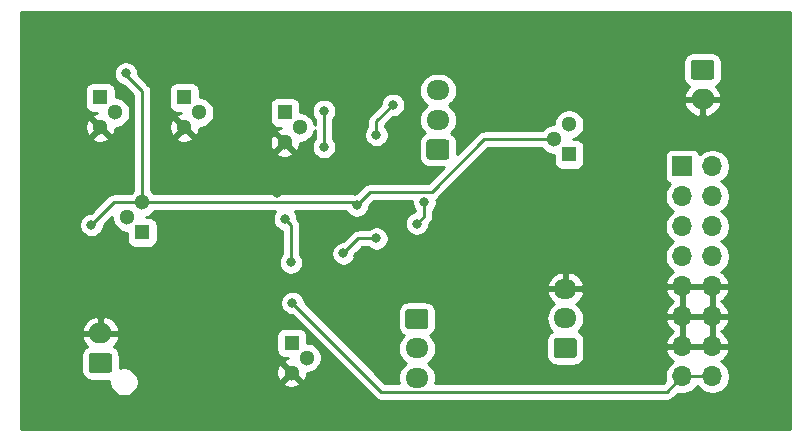
<source format=gbr>
G04 #@! TF.GenerationSoftware,KiCad,Pcbnew,5.1.9-73d0e3b20d~88~ubuntu20.04.1*
G04 #@! TF.CreationDate,2021-02-25T16:20:24+01:00*
G04 #@! TF.ProjectId,kick,6b69636b-2e6b-4696-9361-645f70636258,rev?*
G04 #@! TF.SameCoordinates,Original*
G04 #@! TF.FileFunction,Copper,L2,Bot*
G04 #@! TF.FilePolarity,Positive*
%FSLAX46Y46*%
G04 Gerber Fmt 4.6, Leading zero omitted, Abs format (unit mm)*
G04 Created by KiCad (PCBNEW 5.1.9-73d0e3b20d~88~ubuntu20.04.1) date 2021-02-25 16:20:24*
%MOMM*%
%LPD*%
G01*
G04 APERTURE LIST*
G04 #@! TA.AperFunction,ComponentPad*
%ADD10R,1.700000X1.700000*%
G04 #@! TD*
G04 #@! TA.AperFunction,ComponentPad*
%ADD11O,1.700000X1.700000*%
G04 #@! TD*
G04 #@! TA.AperFunction,ComponentPad*
%ADD12O,2.000000X1.700000*%
G04 #@! TD*
G04 #@! TA.AperFunction,ComponentPad*
%ADD13R,1.300000X1.300000*%
G04 #@! TD*
G04 #@! TA.AperFunction,ComponentPad*
%ADD14C,1.300000*%
G04 #@! TD*
G04 #@! TA.AperFunction,ComponentPad*
%ADD15O,1.950000X1.700000*%
G04 #@! TD*
G04 #@! TA.AperFunction,ViaPad*
%ADD16C,3.400000*%
G04 #@! TD*
G04 #@! TA.AperFunction,ViaPad*
%ADD17C,0.800000*%
G04 #@! TD*
G04 #@! TA.AperFunction,Conductor*
%ADD18C,0.254000*%
G04 #@! TD*
G04 #@! TA.AperFunction,Conductor*
%ADD19C,0.100000*%
G04 #@! TD*
G04 APERTURE END LIST*
D10*
X161544000Y-97028000D03*
D11*
X164084000Y-97028000D03*
X161544000Y-99568000D03*
X164084000Y-99568000D03*
X161544000Y-102108000D03*
X164084000Y-102108000D03*
X161544000Y-104648000D03*
X164084000Y-104648000D03*
X161544000Y-107188000D03*
X164084000Y-107188000D03*
X161544000Y-109728000D03*
X164084000Y-109728000D03*
X161544000Y-112268000D03*
X164084000Y-112268000D03*
X161544000Y-114808000D03*
X164084000Y-114808000D03*
G04 #@! TA.AperFunction,ComponentPad*
G36*
G01*
X113018000Y-114515000D02*
X111518000Y-114515000D01*
G75*
G02*
X111268000Y-114265000I0J250000D01*
G01*
X111268000Y-113065000D01*
G75*
G02*
X111518000Y-112815000I250000J0D01*
G01*
X113018000Y-112815000D01*
G75*
G02*
X113268000Y-113065000I0J-250000D01*
G01*
X113268000Y-114265000D01*
G75*
G02*
X113018000Y-114515000I-250000J0D01*
G01*
G37*
G04 #@! TD.AperFunction*
D12*
X112268000Y-111165000D03*
G04 #@! TA.AperFunction,ComponentPad*
G36*
G01*
X162508500Y-87986500D02*
X164008500Y-87986500D01*
G75*
G02*
X164258500Y-88236500I0J-250000D01*
G01*
X164258500Y-89436500D01*
G75*
G02*
X164008500Y-89686500I-250000J0D01*
G01*
X162508500Y-89686500D01*
G75*
G02*
X162258500Y-89436500I0J250000D01*
G01*
X162258500Y-88236500D01*
G75*
G02*
X162508500Y-87986500I250000J0D01*
G01*
G37*
G04 #@! TD.AperFunction*
X163258500Y-91336500D03*
D13*
X128460500Y-111950500D03*
D14*
X128460500Y-114490500D03*
X129730500Y-113220500D03*
D13*
X112268000Y-91186000D03*
D14*
X112268000Y-93726000D03*
X113538000Y-92456000D03*
X114554000Y-101346000D03*
X115824000Y-100076000D03*
D13*
X115824000Y-102616000D03*
D14*
X120650000Y-92456000D03*
X119380000Y-93726000D03*
D13*
X119380000Y-91186000D03*
X127889000Y-92456000D03*
D14*
X127889000Y-94996000D03*
X129159000Y-93726000D03*
X150685500Y-94742000D03*
X151955500Y-93472000D03*
D13*
X151955500Y-96012000D03*
G04 #@! TA.AperFunction,ComponentPad*
G36*
G01*
X138340000Y-109085000D02*
X139790000Y-109085000D01*
G75*
G02*
X140040000Y-109335000I0J-250000D01*
G01*
X140040000Y-110535000D01*
G75*
G02*
X139790000Y-110785000I-250000J0D01*
G01*
X138340000Y-110785000D01*
G75*
G02*
X138090000Y-110535000I0J250000D01*
G01*
X138090000Y-109335000D01*
G75*
G02*
X138340000Y-109085000I250000J0D01*
G01*
G37*
G04 #@! TD.AperFunction*
D15*
X139065000Y-112435000D03*
X139065000Y-114935000D03*
X151638000Y-107395000D03*
X151638000Y-109895000D03*
G04 #@! TA.AperFunction,ComponentPad*
G36*
G01*
X152363000Y-113245000D02*
X150913000Y-113245000D01*
G75*
G02*
X150663000Y-112995000I0J250000D01*
G01*
X150663000Y-111795000D01*
G75*
G02*
X150913000Y-111545000I250000J0D01*
G01*
X152363000Y-111545000D01*
G75*
G02*
X152613000Y-111795000I0J-250000D01*
G01*
X152613000Y-112995000D01*
G75*
G02*
X152363000Y-113245000I-250000J0D01*
G01*
G37*
G04 #@! TD.AperFunction*
G04 #@! TA.AperFunction,ComponentPad*
G36*
G01*
X141568000Y-96441000D02*
X140118000Y-96441000D01*
G75*
G02*
X139868000Y-96191000I0J250000D01*
G01*
X139868000Y-94991000D01*
G75*
G02*
X140118000Y-94741000I250000J0D01*
G01*
X141568000Y-94741000D01*
G75*
G02*
X141818000Y-94991000I0J-250000D01*
G01*
X141818000Y-96191000D01*
G75*
G02*
X141568000Y-96441000I-250000J0D01*
G01*
G37*
G04 #@! TD.AperFunction*
X140843000Y-93091000D03*
X140843000Y-90591000D03*
D16*
X168275000Y-96520000D03*
X168275000Y-86360000D03*
X168275000Y-106680000D03*
D17*
X123190000Y-97155000D03*
X118110000Y-102235000D03*
X146050000Y-107950000D03*
X157480000Y-106680000D03*
X127000000Y-86360000D03*
X130810000Y-86360000D03*
X134112000Y-86360000D03*
X157480000Y-109220000D03*
X157480000Y-111760000D03*
X156845000Y-93980000D03*
X156845000Y-95250000D03*
X156845000Y-96520000D03*
X143637000Y-117602000D03*
X146177000Y-117602000D03*
X118110000Y-117475000D03*
X120650000Y-117475000D03*
X123190000Y-117475000D03*
X134112000Y-104648000D03*
X124460000Y-108204000D03*
X113792000Y-96520000D03*
X113030000Y-107696000D03*
X115824000Y-110998000D03*
X127254000Y-99314000D03*
X123190000Y-95504000D03*
X123190000Y-98806000D03*
X128016000Y-90170000D03*
X157480000Y-114300000D03*
D16*
X107950000Y-96520000D03*
X107950000Y-86360000D03*
X107950000Y-106680000D03*
D17*
X128524000Y-108585000D03*
X111506000Y-101981000D03*
X114427000Y-89154000D03*
X133985000Y-100330000D03*
X137033000Y-91821000D03*
X135636000Y-94361000D03*
X131191000Y-92329000D03*
X131191000Y-95377000D03*
X127889000Y-101473000D03*
X128397000Y-105156000D03*
X139058933Y-101860067D03*
X139700000Y-100076000D03*
X132842000Y-104394000D03*
X135636000Y-103124000D03*
D18*
X125349000Y-99314000D02*
X123190000Y-97155000D01*
X127254000Y-99314000D02*
X125349000Y-99314000D01*
X128524000Y-108585000D02*
X136051010Y-116112010D01*
X136051010Y-116112010D02*
X158842990Y-116112010D01*
X160239990Y-116112010D02*
X161544000Y-114808000D01*
X158842990Y-116112010D02*
X160239990Y-116112010D01*
X164084000Y-114808000D02*
X161544000Y-114808000D01*
X113411000Y-100076000D02*
X115824000Y-100076000D01*
X111506000Y-101981000D02*
X113411000Y-100076000D01*
X115824000Y-100076000D02*
X115824000Y-90678000D01*
X114427000Y-89281000D02*
X114427000Y-89154000D01*
X115824000Y-90678000D02*
X114427000Y-89281000D01*
X133731000Y-100076000D02*
X133985000Y-100330000D01*
X115824000Y-100076000D02*
X133731000Y-100076000D01*
X150685500Y-94742000D02*
X144780000Y-94742000D01*
X144780000Y-94742000D02*
X140335000Y-99187000D01*
X135128000Y-99187000D02*
X133985000Y-100330000D01*
X140335000Y-99187000D02*
X135128000Y-99187000D01*
X137033000Y-91821000D02*
X135636000Y-93218000D01*
X135636000Y-93218000D02*
X135636000Y-94361000D01*
X131191000Y-92329000D02*
X131191000Y-95377000D01*
X127889000Y-101473000D02*
X128397000Y-101981000D01*
X128397000Y-101981000D02*
X128397000Y-105156000D01*
X139058933Y-101860067D02*
X139700000Y-101219000D01*
X139700000Y-101219000D02*
X139700000Y-100076000D01*
X134112000Y-103124000D02*
X135636000Y-103124000D01*
X132842000Y-104394000D02*
X134112000Y-103124000D01*
X170688000Y-119253000D02*
X105537000Y-119253000D01*
X105537000Y-113065000D01*
X110629928Y-113065000D01*
X110629928Y-114265000D01*
X110646992Y-114438254D01*
X110697528Y-114604850D01*
X110779595Y-114758386D01*
X110890038Y-114892962D01*
X111024614Y-115003405D01*
X111178150Y-115085472D01*
X111344746Y-115136008D01*
X111518000Y-115153072D01*
X113018000Y-115153072D01*
X113033000Y-115151595D01*
X113033000Y-115386637D01*
X113080460Y-115625236D01*
X113173557Y-115849992D01*
X113308713Y-116052267D01*
X113480733Y-116224287D01*
X113683008Y-116359443D01*
X113907764Y-116452540D01*
X114146363Y-116500000D01*
X114389637Y-116500000D01*
X114628236Y-116452540D01*
X114852992Y-116359443D01*
X115055267Y-116224287D01*
X115227287Y-116052267D01*
X115362443Y-115849992D01*
X115455540Y-115625236D01*
X115503000Y-115386637D01*
X115503000Y-115376027D01*
X127754578Y-115376027D01*
X127807966Y-115604701D01*
X128037874Y-115710595D01*
X128284024Y-115769602D01*
X128536955Y-115779452D01*
X128786949Y-115739770D01*
X129024396Y-115652078D01*
X129113034Y-115604701D01*
X129166422Y-115376027D01*
X128460500Y-114670105D01*
X127754578Y-115376027D01*
X115503000Y-115376027D01*
X115503000Y-115143363D01*
X115455540Y-114904764D01*
X115362443Y-114680008D01*
X115286904Y-114566955D01*
X127171548Y-114566955D01*
X127211230Y-114816949D01*
X127298922Y-115054396D01*
X127346299Y-115143034D01*
X127574973Y-115196422D01*
X128280895Y-114490500D01*
X127574973Y-113784578D01*
X127346299Y-113837966D01*
X127240405Y-114067874D01*
X127181398Y-114314024D01*
X127171548Y-114566955D01*
X115286904Y-114566955D01*
X115227287Y-114477733D01*
X115055267Y-114305713D01*
X114852992Y-114170557D01*
X114628236Y-114077460D01*
X114389637Y-114030000D01*
X114146363Y-114030000D01*
X113907764Y-114077460D01*
X113906072Y-114078161D01*
X113906072Y-113065000D01*
X113889008Y-112891746D01*
X113838472Y-112725150D01*
X113756405Y-112571614D01*
X113645962Y-112437038D01*
X113511386Y-112326595D01*
X113409407Y-112272086D01*
X113409795Y-112271802D01*
X113606664Y-112057046D01*
X113757854Y-111808009D01*
X113857554Y-111534261D01*
X113859476Y-111521890D01*
X113742641Y-111300500D01*
X127172428Y-111300500D01*
X127172428Y-112600500D01*
X127184688Y-112724982D01*
X127220998Y-112844680D01*
X127279963Y-112954994D01*
X127359315Y-113051685D01*
X127456006Y-113131037D01*
X127566320Y-113190002D01*
X127686018Y-113226312D01*
X127810500Y-113238572D01*
X128150796Y-113238572D01*
X128134051Y-113241230D01*
X127896604Y-113328922D01*
X127807966Y-113376299D01*
X127754578Y-113604973D01*
X128460500Y-114310895D01*
X128474643Y-114296753D01*
X128654248Y-114476358D01*
X128640105Y-114490500D01*
X129346027Y-115196422D01*
X129574701Y-115143034D01*
X129680595Y-114913126D01*
X129739602Y-114666976D01*
X129745890Y-114505500D01*
X129857061Y-114505500D01*
X130105321Y-114456119D01*
X130339176Y-114359253D01*
X130549640Y-114218625D01*
X130728625Y-114039640D01*
X130869253Y-113829176D01*
X130966119Y-113595321D01*
X131015500Y-113347061D01*
X131015500Y-113093939D01*
X130966119Y-112845679D01*
X130869253Y-112611824D01*
X130728625Y-112401360D01*
X130549640Y-112222375D01*
X130339176Y-112081747D01*
X130105321Y-111984881D01*
X129857061Y-111935500D01*
X129748572Y-111935500D01*
X129748572Y-111300500D01*
X129736312Y-111176018D01*
X129700002Y-111056320D01*
X129641037Y-110946006D01*
X129561685Y-110849315D01*
X129464994Y-110769963D01*
X129354680Y-110710998D01*
X129234982Y-110674688D01*
X129110500Y-110662428D01*
X127810500Y-110662428D01*
X127686018Y-110674688D01*
X127566320Y-110710998D01*
X127456006Y-110769963D01*
X127359315Y-110849315D01*
X127279963Y-110946006D01*
X127220998Y-111056320D01*
X127184688Y-111176018D01*
X127172428Y-111300500D01*
X113742641Y-111300500D01*
X113738155Y-111292000D01*
X112395000Y-111292000D01*
X112395000Y-111312000D01*
X112141000Y-111312000D01*
X112141000Y-111292000D01*
X110797845Y-111292000D01*
X110676524Y-111521890D01*
X110678446Y-111534261D01*
X110778146Y-111808009D01*
X110929336Y-112057046D01*
X111126205Y-112271802D01*
X111126593Y-112272086D01*
X111024614Y-112326595D01*
X110890038Y-112437038D01*
X110779595Y-112571614D01*
X110697528Y-112725150D01*
X110646992Y-112891746D01*
X110629928Y-113065000D01*
X105537000Y-113065000D01*
X105537000Y-110808110D01*
X110676524Y-110808110D01*
X110797845Y-111038000D01*
X112141000Y-111038000D01*
X112141000Y-109837768D01*
X112395000Y-109837768D01*
X112395000Y-111038000D01*
X113738155Y-111038000D01*
X113859476Y-110808110D01*
X113857554Y-110795739D01*
X113757854Y-110521991D01*
X113606664Y-110272954D01*
X113409795Y-110058198D01*
X113174812Y-109885975D01*
X112910745Y-109762904D01*
X112627742Y-109693715D01*
X112395000Y-109837768D01*
X112141000Y-109837768D01*
X111908258Y-109693715D01*
X111625255Y-109762904D01*
X111361188Y-109885975D01*
X111126205Y-110058198D01*
X110929336Y-110272954D01*
X110778146Y-110521991D01*
X110678446Y-110795739D01*
X110676524Y-110808110D01*
X105537000Y-110808110D01*
X105537000Y-108483061D01*
X127489000Y-108483061D01*
X127489000Y-108686939D01*
X127528774Y-108886898D01*
X127606795Y-109075256D01*
X127720063Y-109244774D01*
X127864226Y-109388937D01*
X128033744Y-109502205D01*
X128222102Y-109580226D01*
X128422061Y-109620000D01*
X128481370Y-109620000D01*
X135485726Y-116624356D01*
X135509588Y-116653432D01*
X135583229Y-116713867D01*
X135625617Y-116748655D01*
X135696374Y-116786475D01*
X135757995Y-116819412D01*
X135901632Y-116862984D01*
X136013584Y-116874010D01*
X136013587Y-116874010D01*
X136051010Y-116877696D01*
X136088433Y-116874010D01*
X160202567Y-116874010D01*
X160239990Y-116877696D01*
X160277413Y-116874010D01*
X160277416Y-116874010D01*
X160389368Y-116862984D01*
X160533005Y-116819412D01*
X160665382Y-116748655D01*
X160781412Y-116653432D01*
X160805274Y-116624356D01*
X161179951Y-116249679D01*
X161397740Y-116293000D01*
X161690260Y-116293000D01*
X161977158Y-116235932D01*
X162247411Y-116123990D01*
X162490632Y-115961475D01*
X162697475Y-115754632D01*
X162814000Y-115580240D01*
X162930525Y-115754632D01*
X163137368Y-115961475D01*
X163380589Y-116123990D01*
X163650842Y-116235932D01*
X163937740Y-116293000D01*
X164230260Y-116293000D01*
X164517158Y-116235932D01*
X164787411Y-116123990D01*
X165030632Y-115961475D01*
X165237475Y-115754632D01*
X165399990Y-115511411D01*
X165511932Y-115241158D01*
X165569000Y-114954260D01*
X165569000Y-114661740D01*
X165511932Y-114374842D01*
X165399990Y-114104589D01*
X165237475Y-113861368D01*
X165030632Y-113654525D01*
X164848466Y-113532805D01*
X164965355Y-113463178D01*
X165181588Y-113268269D01*
X165355641Y-113034920D01*
X165480825Y-112772099D01*
X165525476Y-112624890D01*
X165404155Y-112395000D01*
X164211000Y-112395000D01*
X164211000Y-112415000D01*
X163957000Y-112415000D01*
X163957000Y-112395000D01*
X161671000Y-112395000D01*
X161671000Y-112415000D01*
X161417000Y-112415000D01*
X161417000Y-112395000D01*
X160223845Y-112395000D01*
X160102524Y-112624890D01*
X160147175Y-112772099D01*
X160272359Y-113034920D01*
X160446412Y-113268269D01*
X160662645Y-113463178D01*
X160779534Y-113532805D01*
X160597368Y-113654525D01*
X160390525Y-113861368D01*
X160228010Y-114104589D01*
X160116068Y-114374842D01*
X160059000Y-114661740D01*
X160059000Y-114954260D01*
X160102321Y-115172049D01*
X159924360Y-115350010D01*
X140615929Y-115350010D01*
X140653513Y-115226111D01*
X140682185Y-114935000D01*
X140653513Y-114643889D01*
X140568599Y-114363966D01*
X140430706Y-114105986D01*
X140245134Y-113879866D01*
X140019014Y-113694294D01*
X140001626Y-113685000D01*
X140019014Y-113675706D01*
X140245134Y-113490134D01*
X140430706Y-113264014D01*
X140568599Y-113006034D01*
X140653513Y-112726111D01*
X140682185Y-112435000D01*
X140653513Y-112143889D01*
X140568599Y-111863966D01*
X140430706Y-111605986D01*
X140245134Y-111379866D01*
X140181663Y-111327777D01*
X140283386Y-111273405D01*
X140417962Y-111162962D01*
X140528405Y-111028386D01*
X140610472Y-110874850D01*
X140661008Y-110708254D01*
X140678072Y-110535000D01*
X140678072Y-109895000D01*
X150020815Y-109895000D01*
X150049487Y-110186111D01*
X150134401Y-110466034D01*
X150272294Y-110724014D01*
X150457866Y-110950134D01*
X150521337Y-111002223D01*
X150419614Y-111056595D01*
X150285038Y-111167038D01*
X150174595Y-111301614D01*
X150092528Y-111455150D01*
X150041992Y-111621746D01*
X150024928Y-111795000D01*
X150024928Y-112995000D01*
X150041992Y-113168254D01*
X150092528Y-113334850D01*
X150174595Y-113488386D01*
X150285038Y-113622962D01*
X150419614Y-113733405D01*
X150573150Y-113815472D01*
X150739746Y-113866008D01*
X150913000Y-113883072D01*
X152363000Y-113883072D01*
X152536254Y-113866008D01*
X152702850Y-113815472D01*
X152856386Y-113733405D01*
X152990962Y-113622962D01*
X153101405Y-113488386D01*
X153183472Y-113334850D01*
X153234008Y-113168254D01*
X153251072Y-112995000D01*
X153251072Y-111795000D01*
X153234008Y-111621746D01*
X153183472Y-111455150D01*
X153101405Y-111301614D01*
X152990962Y-111167038D01*
X152856386Y-111056595D01*
X152754663Y-111002223D01*
X152818134Y-110950134D01*
X153003706Y-110724014D01*
X153141599Y-110466034D01*
X153226513Y-110186111D01*
X153236482Y-110084890D01*
X160102524Y-110084890D01*
X160147175Y-110232099D01*
X160272359Y-110494920D01*
X160446412Y-110728269D01*
X160662645Y-110923178D01*
X160788255Y-110998000D01*
X160662645Y-111072822D01*
X160446412Y-111267731D01*
X160272359Y-111501080D01*
X160147175Y-111763901D01*
X160102524Y-111911110D01*
X160223845Y-112141000D01*
X161417000Y-112141000D01*
X161417000Y-109855000D01*
X161671000Y-109855000D01*
X161671000Y-112141000D01*
X163957000Y-112141000D01*
X163957000Y-109855000D01*
X164211000Y-109855000D01*
X164211000Y-112141000D01*
X165404155Y-112141000D01*
X165525476Y-111911110D01*
X165480825Y-111763901D01*
X165355641Y-111501080D01*
X165181588Y-111267731D01*
X164965355Y-111072822D01*
X164839745Y-110998000D01*
X164965355Y-110923178D01*
X165181588Y-110728269D01*
X165355641Y-110494920D01*
X165480825Y-110232099D01*
X165525476Y-110084890D01*
X165404155Y-109855000D01*
X164211000Y-109855000D01*
X163957000Y-109855000D01*
X161671000Y-109855000D01*
X161417000Y-109855000D01*
X160223845Y-109855000D01*
X160102524Y-110084890D01*
X153236482Y-110084890D01*
X153255185Y-109895000D01*
X153226513Y-109603889D01*
X153141599Y-109323966D01*
X153003706Y-109065986D01*
X152818134Y-108839866D01*
X152592014Y-108654294D01*
X152566278Y-108640538D01*
X152772429Y-108484049D01*
X152965496Y-108266193D01*
X153112352Y-108014858D01*
X153204476Y-107751890D01*
X153095235Y-107544890D01*
X160102524Y-107544890D01*
X160147175Y-107692099D01*
X160272359Y-107954920D01*
X160446412Y-108188269D01*
X160662645Y-108383178D01*
X160788255Y-108458000D01*
X160662645Y-108532822D01*
X160446412Y-108727731D01*
X160272359Y-108961080D01*
X160147175Y-109223901D01*
X160102524Y-109371110D01*
X160223845Y-109601000D01*
X161417000Y-109601000D01*
X161417000Y-107315000D01*
X161671000Y-107315000D01*
X161671000Y-109601000D01*
X163957000Y-109601000D01*
X163957000Y-107315000D01*
X164211000Y-107315000D01*
X164211000Y-109601000D01*
X165404155Y-109601000D01*
X165525476Y-109371110D01*
X165480825Y-109223901D01*
X165355641Y-108961080D01*
X165181588Y-108727731D01*
X164965355Y-108532822D01*
X164839745Y-108458000D01*
X164965355Y-108383178D01*
X165181588Y-108188269D01*
X165355641Y-107954920D01*
X165480825Y-107692099D01*
X165525476Y-107544890D01*
X165404155Y-107315000D01*
X164211000Y-107315000D01*
X163957000Y-107315000D01*
X161671000Y-107315000D01*
X161417000Y-107315000D01*
X160223845Y-107315000D01*
X160102524Y-107544890D01*
X153095235Y-107544890D01*
X153083155Y-107522000D01*
X151765000Y-107522000D01*
X151765000Y-107542000D01*
X151511000Y-107542000D01*
X151511000Y-107522000D01*
X150192845Y-107522000D01*
X150071524Y-107751890D01*
X150163648Y-108014858D01*
X150310504Y-108266193D01*
X150503571Y-108484049D01*
X150709722Y-108640538D01*
X150683986Y-108654294D01*
X150457866Y-108839866D01*
X150272294Y-109065986D01*
X150134401Y-109323966D01*
X150049487Y-109603889D01*
X150020815Y-109895000D01*
X140678072Y-109895000D01*
X140678072Y-109335000D01*
X140661008Y-109161746D01*
X140610472Y-108995150D01*
X140528405Y-108841614D01*
X140417962Y-108707038D01*
X140283386Y-108596595D01*
X140129850Y-108514528D01*
X139963254Y-108463992D01*
X139790000Y-108446928D01*
X138340000Y-108446928D01*
X138166746Y-108463992D01*
X138000150Y-108514528D01*
X137846614Y-108596595D01*
X137712038Y-108707038D01*
X137601595Y-108841614D01*
X137519528Y-108995150D01*
X137468992Y-109161746D01*
X137451928Y-109335000D01*
X137451928Y-110535000D01*
X137468992Y-110708254D01*
X137519528Y-110874850D01*
X137601595Y-111028386D01*
X137712038Y-111162962D01*
X137846614Y-111273405D01*
X137948337Y-111327777D01*
X137884866Y-111379866D01*
X137699294Y-111605986D01*
X137561401Y-111863966D01*
X137476487Y-112143889D01*
X137447815Y-112435000D01*
X137476487Y-112726111D01*
X137561401Y-113006034D01*
X137699294Y-113264014D01*
X137884866Y-113490134D01*
X138110986Y-113675706D01*
X138128374Y-113685000D01*
X138110986Y-113694294D01*
X137884866Y-113879866D01*
X137699294Y-114105986D01*
X137561401Y-114363966D01*
X137476487Y-114643889D01*
X137447815Y-114935000D01*
X137476487Y-115226111D01*
X137514071Y-115350010D01*
X136366640Y-115350010D01*
X129559000Y-108542370D01*
X129559000Y-108483061D01*
X129519226Y-108283102D01*
X129441205Y-108094744D01*
X129327937Y-107925226D01*
X129183774Y-107781063D01*
X129014256Y-107667795D01*
X128825898Y-107589774D01*
X128625939Y-107550000D01*
X128422061Y-107550000D01*
X128222102Y-107589774D01*
X128033744Y-107667795D01*
X127864226Y-107781063D01*
X127720063Y-107925226D01*
X127606795Y-108094744D01*
X127528774Y-108283102D01*
X127489000Y-108483061D01*
X105537000Y-108483061D01*
X105537000Y-107038110D01*
X150071524Y-107038110D01*
X150192845Y-107268000D01*
X151511000Y-107268000D01*
X151511000Y-106068835D01*
X151765000Y-106068835D01*
X151765000Y-107268000D01*
X153083155Y-107268000D01*
X153204476Y-107038110D01*
X153112352Y-106775142D01*
X152965496Y-106523807D01*
X152772429Y-106305951D01*
X152540570Y-106129947D01*
X152278830Y-106002558D01*
X151997267Y-105928680D01*
X151765000Y-106068835D01*
X151511000Y-106068835D01*
X151278733Y-105928680D01*
X150997170Y-106002558D01*
X150735430Y-106129947D01*
X150503571Y-106305951D01*
X150310504Y-106523807D01*
X150163648Y-106775142D01*
X150071524Y-107038110D01*
X105537000Y-107038110D01*
X105537000Y-101879061D01*
X110471000Y-101879061D01*
X110471000Y-102082939D01*
X110510774Y-102282898D01*
X110588795Y-102471256D01*
X110702063Y-102640774D01*
X110846226Y-102784937D01*
X111015744Y-102898205D01*
X111204102Y-102976226D01*
X111404061Y-103016000D01*
X111607939Y-103016000D01*
X111807898Y-102976226D01*
X111996256Y-102898205D01*
X112165774Y-102784937D01*
X112309937Y-102640774D01*
X112423205Y-102471256D01*
X112501226Y-102282898D01*
X112541000Y-102082939D01*
X112541000Y-102023630D01*
X113269000Y-101295631D01*
X113269000Y-101472561D01*
X113318381Y-101720821D01*
X113415247Y-101954676D01*
X113555875Y-102165140D01*
X113734860Y-102344125D01*
X113945324Y-102484753D01*
X114179179Y-102581619D01*
X114427439Y-102631000D01*
X114535928Y-102631000D01*
X114535928Y-103266000D01*
X114548188Y-103390482D01*
X114584498Y-103510180D01*
X114643463Y-103620494D01*
X114722815Y-103717185D01*
X114819506Y-103796537D01*
X114929820Y-103855502D01*
X115049518Y-103891812D01*
X115174000Y-103904072D01*
X116474000Y-103904072D01*
X116598482Y-103891812D01*
X116718180Y-103855502D01*
X116828494Y-103796537D01*
X116925185Y-103717185D01*
X117004537Y-103620494D01*
X117063502Y-103510180D01*
X117099812Y-103390482D01*
X117112072Y-103266000D01*
X117112072Y-101966000D01*
X117099812Y-101841518D01*
X117063502Y-101721820D01*
X117004537Y-101611506D01*
X116925185Y-101514815D01*
X116828494Y-101435463D01*
X116718180Y-101376498D01*
X116598482Y-101340188D01*
X116474000Y-101327928D01*
X116116828Y-101327928D01*
X116198821Y-101311619D01*
X116432676Y-101214753D01*
X116643140Y-101074125D01*
X116822125Y-100895140D01*
X116860305Y-100838000D01*
X127068510Y-100838000D01*
X126971795Y-100982744D01*
X126893774Y-101171102D01*
X126854000Y-101371061D01*
X126854000Y-101574939D01*
X126893774Y-101774898D01*
X126971795Y-101963256D01*
X127085063Y-102132774D01*
X127229226Y-102276937D01*
X127398744Y-102390205D01*
X127587102Y-102468226D01*
X127635000Y-102477753D01*
X127635001Y-104454288D01*
X127593063Y-104496226D01*
X127479795Y-104665744D01*
X127401774Y-104854102D01*
X127362000Y-105054061D01*
X127362000Y-105257939D01*
X127401774Y-105457898D01*
X127479795Y-105646256D01*
X127593063Y-105815774D01*
X127737226Y-105959937D01*
X127906744Y-106073205D01*
X128095102Y-106151226D01*
X128295061Y-106191000D01*
X128498939Y-106191000D01*
X128698898Y-106151226D01*
X128887256Y-106073205D01*
X129056774Y-105959937D01*
X129200937Y-105815774D01*
X129314205Y-105646256D01*
X129392226Y-105457898D01*
X129432000Y-105257939D01*
X129432000Y-105054061D01*
X129392226Y-104854102D01*
X129314205Y-104665744D01*
X129200937Y-104496226D01*
X129159000Y-104454289D01*
X129159000Y-104292061D01*
X131807000Y-104292061D01*
X131807000Y-104495939D01*
X131846774Y-104695898D01*
X131924795Y-104884256D01*
X132038063Y-105053774D01*
X132182226Y-105197937D01*
X132351744Y-105311205D01*
X132540102Y-105389226D01*
X132740061Y-105429000D01*
X132943939Y-105429000D01*
X133143898Y-105389226D01*
X133332256Y-105311205D01*
X133501774Y-105197937D01*
X133645937Y-105053774D01*
X133759205Y-104884256D01*
X133837226Y-104695898D01*
X133877000Y-104495939D01*
X133877000Y-104436630D01*
X134427631Y-103886000D01*
X134934289Y-103886000D01*
X134976226Y-103927937D01*
X135145744Y-104041205D01*
X135334102Y-104119226D01*
X135534061Y-104159000D01*
X135737939Y-104159000D01*
X135937898Y-104119226D01*
X136126256Y-104041205D01*
X136295774Y-103927937D01*
X136439937Y-103783774D01*
X136553205Y-103614256D01*
X136631226Y-103425898D01*
X136671000Y-103225939D01*
X136671000Y-103022061D01*
X136631226Y-102822102D01*
X136553205Y-102633744D01*
X136439937Y-102464226D01*
X136295774Y-102320063D01*
X136126256Y-102206795D01*
X135937898Y-102128774D01*
X135737939Y-102089000D01*
X135534061Y-102089000D01*
X135334102Y-102128774D01*
X135145744Y-102206795D01*
X134976226Y-102320063D01*
X134934289Y-102362000D01*
X134149422Y-102362000D01*
X134111999Y-102358314D01*
X134074576Y-102362000D01*
X134074574Y-102362000D01*
X133962622Y-102373026D01*
X133818985Y-102416598D01*
X133686608Y-102487355D01*
X133570578Y-102582578D01*
X133546721Y-102611648D01*
X132799370Y-103359000D01*
X132740061Y-103359000D01*
X132540102Y-103398774D01*
X132351744Y-103476795D01*
X132182226Y-103590063D01*
X132038063Y-103734226D01*
X131924795Y-103903744D01*
X131846774Y-104092102D01*
X131807000Y-104292061D01*
X129159000Y-104292061D01*
X129159000Y-102018415D01*
X129162685Y-101980999D01*
X129159000Y-101943583D01*
X129159000Y-101943574D01*
X129147974Y-101831622D01*
X129104402Y-101687985D01*
X129033645Y-101555608D01*
X128938422Y-101439578D01*
X128924000Y-101427742D01*
X128924000Y-101371061D01*
X128884226Y-101171102D01*
X128806205Y-100982744D01*
X128709490Y-100838000D01*
X133079651Y-100838000D01*
X133181063Y-100989774D01*
X133325226Y-101133937D01*
X133494744Y-101247205D01*
X133683102Y-101325226D01*
X133883061Y-101365000D01*
X134086939Y-101365000D01*
X134286898Y-101325226D01*
X134475256Y-101247205D01*
X134644774Y-101133937D01*
X134788937Y-100989774D01*
X134902205Y-100820256D01*
X134980226Y-100631898D01*
X135020000Y-100431939D01*
X135020000Y-100372630D01*
X135443631Y-99949000D01*
X138669985Y-99949000D01*
X138665000Y-99974061D01*
X138665000Y-100177939D01*
X138704774Y-100377898D01*
X138782795Y-100566256D01*
X138896063Y-100735774D01*
X138938000Y-100777711D01*
X138938000Y-100828845D01*
X138757035Y-100864841D01*
X138568677Y-100942862D01*
X138399159Y-101056130D01*
X138254996Y-101200293D01*
X138141728Y-101369811D01*
X138063707Y-101558169D01*
X138023933Y-101758128D01*
X138023933Y-101962006D01*
X138063707Y-102161965D01*
X138141728Y-102350323D01*
X138254996Y-102519841D01*
X138399159Y-102664004D01*
X138568677Y-102777272D01*
X138757035Y-102855293D01*
X138956994Y-102895067D01*
X139160872Y-102895067D01*
X139360831Y-102855293D01*
X139549189Y-102777272D01*
X139718707Y-102664004D01*
X139862870Y-102519841D01*
X139976138Y-102350323D01*
X140054159Y-102161965D01*
X140093933Y-101962006D01*
X140093933Y-101902697D01*
X140212347Y-101784283D01*
X140241422Y-101760422D01*
X140308159Y-101679102D01*
X140336645Y-101644393D01*
X140382732Y-101558169D01*
X140407402Y-101512015D01*
X140450974Y-101368378D01*
X140462000Y-101256426D01*
X140462000Y-101256423D01*
X140465686Y-101219000D01*
X140462000Y-101181577D01*
X140462000Y-100777711D01*
X140503937Y-100735774D01*
X140617205Y-100566256D01*
X140695226Y-100377898D01*
X140735000Y-100177939D01*
X140735000Y-99974061D01*
X140710396Y-99850368D01*
X140760392Y-99823645D01*
X140876422Y-99728422D01*
X140900284Y-99699346D01*
X145095631Y-95504000D01*
X149649195Y-95504000D01*
X149687375Y-95561140D01*
X149866360Y-95740125D01*
X150076824Y-95880753D01*
X150310679Y-95977619D01*
X150558939Y-96027000D01*
X150667428Y-96027000D01*
X150667428Y-96662000D01*
X150679688Y-96786482D01*
X150715998Y-96906180D01*
X150774963Y-97016494D01*
X150854315Y-97113185D01*
X150951006Y-97192537D01*
X151061320Y-97251502D01*
X151181018Y-97287812D01*
X151305500Y-97300072D01*
X152605500Y-97300072D01*
X152729982Y-97287812D01*
X152849680Y-97251502D01*
X152959994Y-97192537D01*
X153056685Y-97113185D01*
X153136037Y-97016494D01*
X153195002Y-96906180D01*
X153231312Y-96786482D01*
X153243572Y-96662000D01*
X153243572Y-96178000D01*
X160055928Y-96178000D01*
X160055928Y-97878000D01*
X160068188Y-98002482D01*
X160104498Y-98122180D01*
X160163463Y-98232494D01*
X160242815Y-98329185D01*
X160339506Y-98408537D01*
X160449820Y-98467502D01*
X160522380Y-98489513D01*
X160390525Y-98621368D01*
X160228010Y-98864589D01*
X160116068Y-99134842D01*
X160059000Y-99421740D01*
X160059000Y-99714260D01*
X160116068Y-100001158D01*
X160228010Y-100271411D01*
X160390525Y-100514632D01*
X160597368Y-100721475D01*
X160771760Y-100838000D01*
X160597368Y-100954525D01*
X160390525Y-101161368D01*
X160228010Y-101404589D01*
X160116068Y-101674842D01*
X160059000Y-101961740D01*
X160059000Y-102254260D01*
X160116068Y-102541158D01*
X160228010Y-102811411D01*
X160390525Y-103054632D01*
X160597368Y-103261475D01*
X160771760Y-103378000D01*
X160597368Y-103494525D01*
X160390525Y-103701368D01*
X160228010Y-103944589D01*
X160116068Y-104214842D01*
X160059000Y-104501740D01*
X160059000Y-104794260D01*
X160116068Y-105081158D01*
X160228010Y-105351411D01*
X160390525Y-105594632D01*
X160597368Y-105801475D01*
X160779534Y-105923195D01*
X160662645Y-105992822D01*
X160446412Y-106187731D01*
X160272359Y-106421080D01*
X160147175Y-106683901D01*
X160102524Y-106831110D01*
X160223845Y-107061000D01*
X161417000Y-107061000D01*
X161417000Y-107041000D01*
X161671000Y-107041000D01*
X161671000Y-107061000D01*
X163957000Y-107061000D01*
X163957000Y-107041000D01*
X164211000Y-107041000D01*
X164211000Y-107061000D01*
X165404155Y-107061000D01*
X165525476Y-106831110D01*
X165480825Y-106683901D01*
X165355641Y-106421080D01*
X165181588Y-106187731D01*
X164965355Y-105992822D01*
X164848466Y-105923195D01*
X165030632Y-105801475D01*
X165237475Y-105594632D01*
X165399990Y-105351411D01*
X165511932Y-105081158D01*
X165569000Y-104794260D01*
X165569000Y-104501740D01*
X165511932Y-104214842D01*
X165399990Y-103944589D01*
X165237475Y-103701368D01*
X165030632Y-103494525D01*
X164856240Y-103378000D01*
X165030632Y-103261475D01*
X165237475Y-103054632D01*
X165399990Y-102811411D01*
X165511932Y-102541158D01*
X165569000Y-102254260D01*
X165569000Y-101961740D01*
X165511932Y-101674842D01*
X165399990Y-101404589D01*
X165237475Y-101161368D01*
X165030632Y-100954525D01*
X164856240Y-100838000D01*
X165030632Y-100721475D01*
X165237475Y-100514632D01*
X165399990Y-100271411D01*
X165511932Y-100001158D01*
X165569000Y-99714260D01*
X165569000Y-99421740D01*
X165511932Y-99134842D01*
X165399990Y-98864589D01*
X165237475Y-98621368D01*
X165030632Y-98414525D01*
X164856240Y-98298000D01*
X165030632Y-98181475D01*
X165237475Y-97974632D01*
X165399990Y-97731411D01*
X165511932Y-97461158D01*
X165569000Y-97174260D01*
X165569000Y-96881740D01*
X165511932Y-96594842D01*
X165399990Y-96324589D01*
X165237475Y-96081368D01*
X165030632Y-95874525D01*
X164787411Y-95712010D01*
X164517158Y-95600068D01*
X164230260Y-95543000D01*
X163937740Y-95543000D01*
X163650842Y-95600068D01*
X163380589Y-95712010D01*
X163137368Y-95874525D01*
X163005513Y-96006380D01*
X162983502Y-95933820D01*
X162924537Y-95823506D01*
X162845185Y-95726815D01*
X162748494Y-95647463D01*
X162638180Y-95588498D01*
X162518482Y-95552188D01*
X162394000Y-95539928D01*
X160694000Y-95539928D01*
X160569518Y-95552188D01*
X160449820Y-95588498D01*
X160339506Y-95647463D01*
X160242815Y-95726815D01*
X160163463Y-95823506D01*
X160104498Y-95933820D01*
X160068188Y-96053518D01*
X160055928Y-96178000D01*
X153243572Y-96178000D01*
X153243572Y-95362000D01*
X153231312Y-95237518D01*
X153195002Y-95117820D01*
X153136037Y-95007506D01*
X153056685Y-94910815D01*
X152959994Y-94831463D01*
X152849680Y-94772498D01*
X152729982Y-94736188D01*
X152605500Y-94723928D01*
X152248328Y-94723928D01*
X152330321Y-94707619D01*
X152564176Y-94610753D01*
X152774640Y-94470125D01*
X152953625Y-94291140D01*
X153094253Y-94080676D01*
X153191119Y-93846821D01*
X153240500Y-93598561D01*
X153240500Y-93345439D01*
X153191119Y-93097179D01*
X153094253Y-92863324D01*
X152953625Y-92652860D01*
X152774640Y-92473875D01*
X152564176Y-92333247D01*
X152330321Y-92236381D01*
X152082061Y-92187000D01*
X151828939Y-92187000D01*
X151580679Y-92236381D01*
X151346824Y-92333247D01*
X151136360Y-92473875D01*
X150957375Y-92652860D01*
X150816747Y-92863324D01*
X150719881Y-93097179D01*
X150670500Y-93345439D01*
X150670500Y-93457000D01*
X150558939Y-93457000D01*
X150310679Y-93506381D01*
X150076824Y-93603247D01*
X149866360Y-93743875D01*
X149687375Y-93922860D01*
X149649195Y-93980000D01*
X144817422Y-93980000D01*
X144779999Y-93976314D01*
X144742576Y-93980000D01*
X144742574Y-93980000D01*
X144630622Y-93991026D01*
X144486985Y-94034598D01*
X144354608Y-94105355D01*
X144238578Y-94200578D01*
X144214721Y-94229648D01*
X142456072Y-95988297D01*
X142456072Y-94991000D01*
X142439008Y-94817746D01*
X142388472Y-94651150D01*
X142306405Y-94497614D01*
X142195962Y-94363038D01*
X142061386Y-94252595D01*
X141959663Y-94198223D01*
X142023134Y-94146134D01*
X142208706Y-93920014D01*
X142346599Y-93662034D01*
X142431513Y-93382111D01*
X142460185Y-93091000D01*
X142431513Y-92799889D01*
X142346599Y-92519966D01*
X142208706Y-92261986D01*
X142023134Y-92035866D01*
X141797014Y-91850294D01*
X141779626Y-91841000D01*
X141797014Y-91831706D01*
X141965552Y-91693390D01*
X161667024Y-91693390D01*
X161668946Y-91705761D01*
X161768646Y-91979509D01*
X161919836Y-92228546D01*
X162116705Y-92443302D01*
X162351688Y-92615525D01*
X162615755Y-92738596D01*
X162898758Y-92807785D01*
X163131500Y-92663732D01*
X163131500Y-91463500D01*
X163385500Y-91463500D01*
X163385500Y-92663732D01*
X163618242Y-92807785D01*
X163901245Y-92738596D01*
X164165312Y-92615525D01*
X164400295Y-92443302D01*
X164597164Y-92228546D01*
X164748354Y-91979509D01*
X164848054Y-91705761D01*
X164849976Y-91693390D01*
X164728655Y-91463500D01*
X163385500Y-91463500D01*
X163131500Y-91463500D01*
X161788345Y-91463500D01*
X161667024Y-91693390D01*
X141965552Y-91693390D01*
X142023134Y-91646134D01*
X142208706Y-91420014D01*
X142346599Y-91162034D01*
X142431513Y-90882111D01*
X142460185Y-90591000D01*
X142431513Y-90299889D01*
X142346599Y-90019966D01*
X142208706Y-89761986D01*
X142023134Y-89535866D01*
X141797014Y-89350294D01*
X141539034Y-89212401D01*
X141259111Y-89127487D01*
X141040950Y-89106000D01*
X140645050Y-89106000D01*
X140426889Y-89127487D01*
X140146966Y-89212401D01*
X139888986Y-89350294D01*
X139662866Y-89535866D01*
X139477294Y-89761986D01*
X139339401Y-90019966D01*
X139254487Y-90299889D01*
X139225815Y-90591000D01*
X139254487Y-90882111D01*
X139339401Y-91162034D01*
X139477294Y-91420014D01*
X139662866Y-91646134D01*
X139888986Y-91831706D01*
X139906374Y-91841000D01*
X139888986Y-91850294D01*
X139662866Y-92035866D01*
X139477294Y-92261986D01*
X139339401Y-92519966D01*
X139254487Y-92799889D01*
X139225815Y-93091000D01*
X139254487Y-93382111D01*
X139339401Y-93662034D01*
X139477294Y-93920014D01*
X139662866Y-94146134D01*
X139726337Y-94198223D01*
X139624614Y-94252595D01*
X139490038Y-94363038D01*
X139379595Y-94497614D01*
X139297528Y-94651150D01*
X139246992Y-94817746D01*
X139229928Y-94991000D01*
X139229928Y-96191000D01*
X139246992Y-96364254D01*
X139297528Y-96530850D01*
X139379595Y-96684386D01*
X139490038Y-96818962D01*
X139624614Y-96929405D01*
X139778150Y-97011472D01*
X139944746Y-97062008D01*
X140118000Y-97079072D01*
X141365298Y-97079072D01*
X140019370Y-98425000D01*
X135165422Y-98425000D01*
X135127999Y-98421314D01*
X135090576Y-98425000D01*
X135090574Y-98425000D01*
X134978622Y-98436026D01*
X134834985Y-98479598D01*
X134702608Y-98550355D01*
X134586578Y-98645578D01*
X134562721Y-98674648D01*
X133942370Y-99295000D01*
X133883061Y-99295000D01*
X133781211Y-99315259D01*
X133768426Y-99314000D01*
X133768423Y-99314000D01*
X133731000Y-99310314D01*
X133693577Y-99314000D01*
X116860305Y-99314000D01*
X116822125Y-99256860D01*
X116643140Y-99077875D01*
X116586000Y-99039695D01*
X116586000Y-95881527D01*
X127183078Y-95881527D01*
X127236466Y-96110201D01*
X127466374Y-96216095D01*
X127712524Y-96275102D01*
X127965455Y-96284952D01*
X128215449Y-96245270D01*
X128452896Y-96157578D01*
X128541534Y-96110201D01*
X128594922Y-95881527D01*
X127889000Y-95175605D01*
X127183078Y-95881527D01*
X116586000Y-95881527D01*
X116586000Y-95072455D01*
X126600048Y-95072455D01*
X126639730Y-95322449D01*
X126727422Y-95559896D01*
X126774799Y-95648534D01*
X127003473Y-95701922D01*
X127709395Y-94996000D01*
X127003473Y-94290078D01*
X126774799Y-94343466D01*
X126668905Y-94573374D01*
X126609898Y-94819524D01*
X126600048Y-95072455D01*
X116586000Y-95072455D01*
X116586000Y-94611527D01*
X118674078Y-94611527D01*
X118727466Y-94840201D01*
X118957374Y-94946095D01*
X119203524Y-95005102D01*
X119456455Y-95014952D01*
X119706449Y-94975270D01*
X119943896Y-94887578D01*
X120032534Y-94840201D01*
X120085922Y-94611527D01*
X119380000Y-93905605D01*
X118674078Y-94611527D01*
X116586000Y-94611527D01*
X116586000Y-93802455D01*
X118091048Y-93802455D01*
X118130730Y-94052449D01*
X118218422Y-94289896D01*
X118265799Y-94378534D01*
X118494473Y-94431922D01*
X119200395Y-93726000D01*
X118494473Y-93020078D01*
X118265799Y-93073466D01*
X118159905Y-93303374D01*
X118100898Y-93549524D01*
X118091048Y-93802455D01*
X116586000Y-93802455D01*
X116586000Y-90715422D01*
X116589686Y-90677999D01*
X116586000Y-90640574D01*
X116575701Y-90536000D01*
X118091928Y-90536000D01*
X118091928Y-91836000D01*
X118104188Y-91960482D01*
X118140498Y-92080180D01*
X118199463Y-92190494D01*
X118278815Y-92287185D01*
X118375506Y-92366537D01*
X118485820Y-92425502D01*
X118605518Y-92461812D01*
X118730000Y-92474072D01*
X119070296Y-92474072D01*
X119053551Y-92476730D01*
X118816104Y-92564422D01*
X118727466Y-92611799D01*
X118674078Y-92840473D01*
X119380000Y-93546395D01*
X119394143Y-93532253D01*
X119573748Y-93711858D01*
X119559605Y-93726000D01*
X120265527Y-94431922D01*
X120494201Y-94378534D01*
X120600095Y-94148626D01*
X120659102Y-93902476D01*
X120665390Y-93741000D01*
X120776561Y-93741000D01*
X121024821Y-93691619D01*
X121258676Y-93594753D01*
X121469140Y-93454125D01*
X121648125Y-93275140D01*
X121788753Y-93064676D01*
X121885619Y-92830821D01*
X121935000Y-92582561D01*
X121935000Y-92329439D01*
X121885619Y-92081179D01*
X121788753Y-91847324D01*
X121761142Y-91806000D01*
X126600928Y-91806000D01*
X126600928Y-93106000D01*
X126613188Y-93230482D01*
X126649498Y-93350180D01*
X126708463Y-93460494D01*
X126787815Y-93557185D01*
X126884506Y-93636537D01*
X126994820Y-93695502D01*
X127114518Y-93731812D01*
X127239000Y-93744072D01*
X127579296Y-93744072D01*
X127562551Y-93746730D01*
X127325104Y-93834422D01*
X127236466Y-93881799D01*
X127183078Y-94110473D01*
X127889000Y-94816395D01*
X127903143Y-94802253D01*
X128082748Y-94981858D01*
X128068605Y-94996000D01*
X128774527Y-95701922D01*
X129003201Y-95648534D01*
X129109095Y-95418626D01*
X129168102Y-95172476D01*
X129174390Y-95011000D01*
X129285561Y-95011000D01*
X129533821Y-94961619D01*
X129767676Y-94864753D01*
X129978140Y-94724125D01*
X130157125Y-94545140D01*
X130297753Y-94334676D01*
X130394619Y-94100821D01*
X130429001Y-93927970D01*
X130429001Y-94675288D01*
X130387063Y-94717226D01*
X130273795Y-94886744D01*
X130195774Y-95075102D01*
X130156000Y-95275061D01*
X130156000Y-95478939D01*
X130195774Y-95678898D01*
X130273795Y-95867256D01*
X130387063Y-96036774D01*
X130531226Y-96180937D01*
X130700744Y-96294205D01*
X130889102Y-96372226D01*
X131089061Y-96412000D01*
X131292939Y-96412000D01*
X131492898Y-96372226D01*
X131681256Y-96294205D01*
X131850774Y-96180937D01*
X131994937Y-96036774D01*
X132108205Y-95867256D01*
X132186226Y-95678898D01*
X132226000Y-95478939D01*
X132226000Y-95275061D01*
X132186226Y-95075102D01*
X132108205Y-94886744D01*
X131994937Y-94717226D01*
X131953000Y-94675289D01*
X131953000Y-94259061D01*
X134601000Y-94259061D01*
X134601000Y-94462939D01*
X134640774Y-94662898D01*
X134718795Y-94851256D01*
X134832063Y-95020774D01*
X134976226Y-95164937D01*
X135145744Y-95278205D01*
X135334102Y-95356226D01*
X135534061Y-95396000D01*
X135737939Y-95396000D01*
X135937898Y-95356226D01*
X136126256Y-95278205D01*
X136295774Y-95164937D01*
X136439937Y-95020774D01*
X136553205Y-94851256D01*
X136631226Y-94662898D01*
X136671000Y-94462939D01*
X136671000Y-94259061D01*
X136631226Y-94059102D01*
X136553205Y-93870744D01*
X136439937Y-93701226D01*
X136398000Y-93659289D01*
X136398000Y-93533630D01*
X137075631Y-92856000D01*
X137134939Y-92856000D01*
X137334898Y-92816226D01*
X137523256Y-92738205D01*
X137692774Y-92624937D01*
X137836937Y-92480774D01*
X137950205Y-92311256D01*
X138028226Y-92122898D01*
X138068000Y-91922939D01*
X138068000Y-91719061D01*
X138028226Y-91519102D01*
X137950205Y-91330744D01*
X137836937Y-91161226D01*
X137692774Y-91017063D01*
X137523256Y-90903795D01*
X137334898Y-90825774D01*
X137134939Y-90786000D01*
X136931061Y-90786000D01*
X136731102Y-90825774D01*
X136542744Y-90903795D01*
X136373226Y-91017063D01*
X136229063Y-91161226D01*
X136115795Y-91330744D01*
X136037774Y-91519102D01*
X135998000Y-91719061D01*
X135998000Y-91778369D01*
X135123654Y-92652716D01*
X135094578Y-92676578D01*
X135052480Y-92727875D01*
X134999355Y-92792608D01*
X134991243Y-92807785D01*
X134928598Y-92924986D01*
X134885026Y-93068623D01*
X134882214Y-93097179D01*
X134870314Y-93218000D01*
X134874000Y-93255424D01*
X134874000Y-93659289D01*
X134832063Y-93701226D01*
X134718795Y-93870744D01*
X134640774Y-94059102D01*
X134601000Y-94259061D01*
X131953000Y-94259061D01*
X131953000Y-93030711D01*
X131994937Y-92988774D01*
X132108205Y-92819256D01*
X132186226Y-92630898D01*
X132226000Y-92430939D01*
X132226000Y-92227061D01*
X132186226Y-92027102D01*
X132108205Y-91838744D01*
X131994937Y-91669226D01*
X131850774Y-91525063D01*
X131681256Y-91411795D01*
X131492898Y-91333774D01*
X131292939Y-91294000D01*
X131089061Y-91294000D01*
X130889102Y-91333774D01*
X130700744Y-91411795D01*
X130531226Y-91525063D01*
X130387063Y-91669226D01*
X130273795Y-91838744D01*
X130195774Y-92027102D01*
X130156000Y-92227061D01*
X130156000Y-92430939D01*
X130195774Y-92630898D01*
X130273795Y-92819256D01*
X130387063Y-92988774D01*
X130429000Y-93030711D01*
X130429000Y-93524029D01*
X130394619Y-93351179D01*
X130297753Y-93117324D01*
X130157125Y-92906860D01*
X129978140Y-92727875D01*
X129767676Y-92587247D01*
X129533821Y-92490381D01*
X129285561Y-92441000D01*
X129177072Y-92441000D01*
X129177072Y-91806000D01*
X129164812Y-91681518D01*
X129128502Y-91561820D01*
X129069537Y-91451506D01*
X128990185Y-91354815D01*
X128893494Y-91275463D01*
X128783180Y-91216498D01*
X128663482Y-91180188D01*
X128539000Y-91167928D01*
X127239000Y-91167928D01*
X127114518Y-91180188D01*
X126994820Y-91216498D01*
X126884506Y-91275463D01*
X126787815Y-91354815D01*
X126708463Y-91451506D01*
X126649498Y-91561820D01*
X126613188Y-91681518D01*
X126600928Y-91806000D01*
X121761142Y-91806000D01*
X121648125Y-91636860D01*
X121469140Y-91457875D01*
X121258676Y-91317247D01*
X121024821Y-91220381D01*
X120776561Y-91171000D01*
X120668072Y-91171000D01*
X120668072Y-90536000D01*
X120655812Y-90411518D01*
X120619502Y-90291820D01*
X120560537Y-90181506D01*
X120481185Y-90084815D01*
X120384494Y-90005463D01*
X120274180Y-89946498D01*
X120154482Y-89910188D01*
X120030000Y-89897928D01*
X118730000Y-89897928D01*
X118605518Y-89910188D01*
X118485820Y-89946498D01*
X118375506Y-90005463D01*
X118278815Y-90084815D01*
X118199463Y-90181506D01*
X118140498Y-90291820D01*
X118104188Y-90411518D01*
X118091928Y-90536000D01*
X116575701Y-90536000D01*
X116574974Y-90528622D01*
X116531402Y-90384985D01*
X116460645Y-90252608D01*
X116365422Y-90136578D01*
X116336352Y-90112721D01*
X115462000Y-89238370D01*
X115462000Y-89052061D01*
X115422226Y-88852102D01*
X115344205Y-88663744D01*
X115230937Y-88494226D01*
X115086774Y-88350063D01*
X114917256Y-88236795D01*
X114916544Y-88236500D01*
X161620428Y-88236500D01*
X161620428Y-89436500D01*
X161637492Y-89609754D01*
X161688028Y-89776350D01*
X161770095Y-89929886D01*
X161880538Y-90064462D01*
X162015114Y-90174905D01*
X162117093Y-90229414D01*
X162116705Y-90229698D01*
X161919836Y-90444454D01*
X161768646Y-90693491D01*
X161668946Y-90967239D01*
X161667024Y-90979610D01*
X161788345Y-91209500D01*
X163131500Y-91209500D01*
X163131500Y-91189500D01*
X163385500Y-91189500D01*
X163385500Y-91209500D01*
X164728655Y-91209500D01*
X164849976Y-90979610D01*
X164848054Y-90967239D01*
X164748354Y-90693491D01*
X164597164Y-90444454D01*
X164400295Y-90229698D01*
X164399907Y-90229414D01*
X164501886Y-90174905D01*
X164636462Y-90064462D01*
X164746905Y-89929886D01*
X164828972Y-89776350D01*
X164879508Y-89609754D01*
X164896572Y-89436500D01*
X164896572Y-88236500D01*
X164879508Y-88063246D01*
X164828972Y-87896650D01*
X164746905Y-87743114D01*
X164636462Y-87608538D01*
X164501886Y-87498095D01*
X164348350Y-87416028D01*
X164181754Y-87365492D01*
X164008500Y-87348428D01*
X162508500Y-87348428D01*
X162335246Y-87365492D01*
X162168650Y-87416028D01*
X162015114Y-87498095D01*
X161880538Y-87608538D01*
X161770095Y-87743114D01*
X161688028Y-87896650D01*
X161637492Y-88063246D01*
X161620428Y-88236500D01*
X114916544Y-88236500D01*
X114728898Y-88158774D01*
X114528939Y-88119000D01*
X114325061Y-88119000D01*
X114125102Y-88158774D01*
X113936744Y-88236795D01*
X113767226Y-88350063D01*
X113623063Y-88494226D01*
X113509795Y-88663744D01*
X113431774Y-88852102D01*
X113392000Y-89052061D01*
X113392000Y-89255939D01*
X113431774Y-89455898D01*
X113509795Y-89644256D01*
X113623063Y-89813774D01*
X113767226Y-89957937D01*
X113936744Y-90071205D01*
X114125102Y-90149226D01*
X114240562Y-90172192D01*
X115062001Y-90993632D01*
X115062000Y-99039695D01*
X115004860Y-99077875D01*
X114825875Y-99256860D01*
X114787695Y-99314000D01*
X113448423Y-99314000D01*
X113411000Y-99310314D01*
X113373577Y-99314000D01*
X113373574Y-99314000D01*
X113261622Y-99325026D01*
X113117985Y-99368598D01*
X113056364Y-99401535D01*
X112985607Y-99439355D01*
X112936063Y-99480015D01*
X112869578Y-99534578D01*
X112845721Y-99563648D01*
X111463370Y-100946000D01*
X111404061Y-100946000D01*
X111204102Y-100985774D01*
X111015744Y-101063795D01*
X110846226Y-101177063D01*
X110702063Y-101321226D01*
X110588795Y-101490744D01*
X110510774Y-101679102D01*
X110471000Y-101879061D01*
X105537000Y-101879061D01*
X105537000Y-94611527D01*
X111562078Y-94611527D01*
X111615466Y-94840201D01*
X111845374Y-94946095D01*
X112091524Y-95005102D01*
X112344455Y-95014952D01*
X112594449Y-94975270D01*
X112831896Y-94887578D01*
X112920534Y-94840201D01*
X112973922Y-94611527D01*
X112268000Y-93905605D01*
X111562078Y-94611527D01*
X105537000Y-94611527D01*
X105537000Y-93802455D01*
X110979048Y-93802455D01*
X111018730Y-94052449D01*
X111106422Y-94289896D01*
X111153799Y-94378534D01*
X111382473Y-94431922D01*
X112088395Y-93726000D01*
X111382473Y-93020078D01*
X111153799Y-93073466D01*
X111047905Y-93303374D01*
X110988898Y-93549524D01*
X110979048Y-93802455D01*
X105537000Y-93802455D01*
X105537000Y-90536000D01*
X110979928Y-90536000D01*
X110979928Y-91836000D01*
X110992188Y-91960482D01*
X111028498Y-92080180D01*
X111087463Y-92190494D01*
X111166815Y-92287185D01*
X111263506Y-92366537D01*
X111373820Y-92425502D01*
X111493518Y-92461812D01*
X111618000Y-92474072D01*
X111958296Y-92474072D01*
X111941551Y-92476730D01*
X111704104Y-92564422D01*
X111615466Y-92611799D01*
X111562078Y-92840473D01*
X112268000Y-93546395D01*
X112282143Y-93532253D01*
X112461748Y-93711858D01*
X112447605Y-93726000D01*
X113153527Y-94431922D01*
X113382201Y-94378534D01*
X113488095Y-94148626D01*
X113547102Y-93902476D01*
X113553390Y-93741000D01*
X113664561Y-93741000D01*
X113912821Y-93691619D01*
X114146676Y-93594753D01*
X114357140Y-93454125D01*
X114536125Y-93275140D01*
X114676753Y-93064676D01*
X114773619Y-92830821D01*
X114823000Y-92582561D01*
X114823000Y-92329439D01*
X114773619Y-92081179D01*
X114676753Y-91847324D01*
X114536125Y-91636860D01*
X114357140Y-91457875D01*
X114146676Y-91317247D01*
X113912821Y-91220381D01*
X113664561Y-91171000D01*
X113556072Y-91171000D01*
X113556072Y-90536000D01*
X113543812Y-90411518D01*
X113507502Y-90291820D01*
X113448537Y-90181506D01*
X113369185Y-90084815D01*
X113272494Y-90005463D01*
X113162180Y-89946498D01*
X113042482Y-89910188D01*
X112918000Y-89897928D01*
X111618000Y-89897928D01*
X111493518Y-89910188D01*
X111373820Y-89946498D01*
X111263506Y-90005463D01*
X111166815Y-90084815D01*
X111087463Y-90181506D01*
X111028498Y-90291820D01*
X110992188Y-90411518D01*
X110979928Y-90536000D01*
X105537000Y-90536000D01*
X105537000Y-83947000D01*
X170688000Y-83947000D01*
X170688000Y-119253000D01*
G04 #@! TA.AperFunction,Conductor*
D19*
G36*
X170688000Y-119253000D02*
G01*
X105537000Y-119253000D01*
X105537000Y-113065000D01*
X110629928Y-113065000D01*
X110629928Y-114265000D01*
X110646992Y-114438254D01*
X110697528Y-114604850D01*
X110779595Y-114758386D01*
X110890038Y-114892962D01*
X111024614Y-115003405D01*
X111178150Y-115085472D01*
X111344746Y-115136008D01*
X111518000Y-115153072D01*
X113018000Y-115153072D01*
X113033000Y-115151595D01*
X113033000Y-115386637D01*
X113080460Y-115625236D01*
X113173557Y-115849992D01*
X113308713Y-116052267D01*
X113480733Y-116224287D01*
X113683008Y-116359443D01*
X113907764Y-116452540D01*
X114146363Y-116500000D01*
X114389637Y-116500000D01*
X114628236Y-116452540D01*
X114852992Y-116359443D01*
X115055267Y-116224287D01*
X115227287Y-116052267D01*
X115362443Y-115849992D01*
X115455540Y-115625236D01*
X115503000Y-115386637D01*
X115503000Y-115376027D01*
X127754578Y-115376027D01*
X127807966Y-115604701D01*
X128037874Y-115710595D01*
X128284024Y-115769602D01*
X128536955Y-115779452D01*
X128786949Y-115739770D01*
X129024396Y-115652078D01*
X129113034Y-115604701D01*
X129166422Y-115376027D01*
X128460500Y-114670105D01*
X127754578Y-115376027D01*
X115503000Y-115376027D01*
X115503000Y-115143363D01*
X115455540Y-114904764D01*
X115362443Y-114680008D01*
X115286904Y-114566955D01*
X127171548Y-114566955D01*
X127211230Y-114816949D01*
X127298922Y-115054396D01*
X127346299Y-115143034D01*
X127574973Y-115196422D01*
X128280895Y-114490500D01*
X127574973Y-113784578D01*
X127346299Y-113837966D01*
X127240405Y-114067874D01*
X127181398Y-114314024D01*
X127171548Y-114566955D01*
X115286904Y-114566955D01*
X115227287Y-114477733D01*
X115055267Y-114305713D01*
X114852992Y-114170557D01*
X114628236Y-114077460D01*
X114389637Y-114030000D01*
X114146363Y-114030000D01*
X113907764Y-114077460D01*
X113906072Y-114078161D01*
X113906072Y-113065000D01*
X113889008Y-112891746D01*
X113838472Y-112725150D01*
X113756405Y-112571614D01*
X113645962Y-112437038D01*
X113511386Y-112326595D01*
X113409407Y-112272086D01*
X113409795Y-112271802D01*
X113606664Y-112057046D01*
X113757854Y-111808009D01*
X113857554Y-111534261D01*
X113859476Y-111521890D01*
X113742641Y-111300500D01*
X127172428Y-111300500D01*
X127172428Y-112600500D01*
X127184688Y-112724982D01*
X127220998Y-112844680D01*
X127279963Y-112954994D01*
X127359315Y-113051685D01*
X127456006Y-113131037D01*
X127566320Y-113190002D01*
X127686018Y-113226312D01*
X127810500Y-113238572D01*
X128150796Y-113238572D01*
X128134051Y-113241230D01*
X127896604Y-113328922D01*
X127807966Y-113376299D01*
X127754578Y-113604973D01*
X128460500Y-114310895D01*
X128474643Y-114296753D01*
X128654248Y-114476358D01*
X128640105Y-114490500D01*
X129346027Y-115196422D01*
X129574701Y-115143034D01*
X129680595Y-114913126D01*
X129739602Y-114666976D01*
X129745890Y-114505500D01*
X129857061Y-114505500D01*
X130105321Y-114456119D01*
X130339176Y-114359253D01*
X130549640Y-114218625D01*
X130728625Y-114039640D01*
X130869253Y-113829176D01*
X130966119Y-113595321D01*
X131015500Y-113347061D01*
X131015500Y-113093939D01*
X130966119Y-112845679D01*
X130869253Y-112611824D01*
X130728625Y-112401360D01*
X130549640Y-112222375D01*
X130339176Y-112081747D01*
X130105321Y-111984881D01*
X129857061Y-111935500D01*
X129748572Y-111935500D01*
X129748572Y-111300500D01*
X129736312Y-111176018D01*
X129700002Y-111056320D01*
X129641037Y-110946006D01*
X129561685Y-110849315D01*
X129464994Y-110769963D01*
X129354680Y-110710998D01*
X129234982Y-110674688D01*
X129110500Y-110662428D01*
X127810500Y-110662428D01*
X127686018Y-110674688D01*
X127566320Y-110710998D01*
X127456006Y-110769963D01*
X127359315Y-110849315D01*
X127279963Y-110946006D01*
X127220998Y-111056320D01*
X127184688Y-111176018D01*
X127172428Y-111300500D01*
X113742641Y-111300500D01*
X113738155Y-111292000D01*
X112395000Y-111292000D01*
X112395000Y-111312000D01*
X112141000Y-111312000D01*
X112141000Y-111292000D01*
X110797845Y-111292000D01*
X110676524Y-111521890D01*
X110678446Y-111534261D01*
X110778146Y-111808009D01*
X110929336Y-112057046D01*
X111126205Y-112271802D01*
X111126593Y-112272086D01*
X111024614Y-112326595D01*
X110890038Y-112437038D01*
X110779595Y-112571614D01*
X110697528Y-112725150D01*
X110646992Y-112891746D01*
X110629928Y-113065000D01*
X105537000Y-113065000D01*
X105537000Y-110808110D01*
X110676524Y-110808110D01*
X110797845Y-111038000D01*
X112141000Y-111038000D01*
X112141000Y-109837768D01*
X112395000Y-109837768D01*
X112395000Y-111038000D01*
X113738155Y-111038000D01*
X113859476Y-110808110D01*
X113857554Y-110795739D01*
X113757854Y-110521991D01*
X113606664Y-110272954D01*
X113409795Y-110058198D01*
X113174812Y-109885975D01*
X112910745Y-109762904D01*
X112627742Y-109693715D01*
X112395000Y-109837768D01*
X112141000Y-109837768D01*
X111908258Y-109693715D01*
X111625255Y-109762904D01*
X111361188Y-109885975D01*
X111126205Y-110058198D01*
X110929336Y-110272954D01*
X110778146Y-110521991D01*
X110678446Y-110795739D01*
X110676524Y-110808110D01*
X105537000Y-110808110D01*
X105537000Y-108483061D01*
X127489000Y-108483061D01*
X127489000Y-108686939D01*
X127528774Y-108886898D01*
X127606795Y-109075256D01*
X127720063Y-109244774D01*
X127864226Y-109388937D01*
X128033744Y-109502205D01*
X128222102Y-109580226D01*
X128422061Y-109620000D01*
X128481370Y-109620000D01*
X135485726Y-116624356D01*
X135509588Y-116653432D01*
X135583229Y-116713867D01*
X135625617Y-116748655D01*
X135696374Y-116786475D01*
X135757995Y-116819412D01*
X135901632Y-116862984D01*
X136013584Y-116874010D01*
X136013587Y-116874010D01*
X136051010Y-116877696D01*
X136088433Y-116874010D01*
X160202567Y-116874010D01*
X160239990Y-116877696D01*
X160277413Y-116874010D01*
X160277416Y-116874010D01*
X160389368Y-116862984D01*
X160533005Y-116819412D01*
X160665382Y-116748655D01*
X160781412Y-116653432D01*
X160805274Y-116624356D01*
X161179951Y-116249679D01*
X161397740Y-116293000D01*
X161690260Y-116293000D01*
X161977158Y-116235932D01*
X162247411Y-116123990D01*
X162490632Y-115961475D01*
X162697475Y-115754632D01*
X162814000Y-115580240D01*
X162930525Y-115754632D01*
X163137368Y-115961475D01*
X163380589Y-116123990D01*
X163650842Y-116235932D01*
X163937740Y-116293000D01*
X164230260Y-116293000D01*
X164517158Y-116235932D01*
X164787411Y-116123990D01*
X165030632Y-115961475D01*
X165237475Y-115754632D01*
X165399990Y-115511411D01*
X165511932Y-115241158D01*
X165569000Y-114954260D01*
X165569000Y-114661740D01*
X165511932Y-114374842D01*
X165399990Y-114104589D01*
X165237475Y-113861368D01*
X165030632Y-113654525D01*
X164848466Y-113532805D01*
X164965355Y-113463178D01*
X165181588Y-113268269D01*
X165355641Y-113034920D01*
X165480825Y-112772099D01*
X165525476Y-112624890D01*
X165404155Y-112395000D01*
X164211000Y-112395000D01*
X164211000Y-112415000D01*
X163957000Y-112415000D01*
X163957000Y-112395000D01*
X161671000Y-112395000D01*
X161671000Y-112415000D01*
X161417000Y-112415000D01*
X161417000Y-112395000D01*
X160223845Y-112395000D01*
X160102524Y-112624890D01*
X160147175Y-112772099D01*
X160272359Y-113034920D01*
X160446412Y-113268269D01*
X160662645Y-113463178D01*
X160779534Y-113532805D01*
X160597368Y-113654525D01*
X160390525Y-113861368D01*
X160228010Y-114104589D01*
X160116068Y-114374842D01*
X160059000Y-114661740D01*
X160059000Y-114954260D01*
X160102321Y-115172049D01*
X159924360Y-115350010D01*
X140615929Y-115350010D01*
X140653513Y-115226111D01*
X140682185Y-114935000D01*
X140653513Y-114643889D01*
X140568599Y-114363966D01*
X140430706Y-114105986D01*
X140245134Y-113879866D01*
X140019014Y-113694294D01*
X140001626Y-113685000D01*
X140019014Y-113675706D01*
X140245134Y-113490134D01*
X140430706Y-113264014D01*
X140568599Y-113006034D01*
X140653513Y-112726111D01*
X140682185Y-112435000D01*
X140653513Y-112143889D01*
X140568599Y-111863966D01*
X140430706Y-111605986D01*
X140245134Y-111379866D01*
X140181663Y-111327777D01*
X140283386Y-111273405D01*
X140417962Y-111162962D01*
X140528405Y-111028386D01*
X140610472Y-110874850D01*
X140661008Y-110708254D01*
X140678072Y-110535000D01*
X140678072Y-109895000D01*
X150020815Y-109895000D01*
X150049487Y-110186111D01*
X150134401Y-110466034D01*
X150272294Y-110724014D01*
X150457866Y-110950134D01*
X150521337Y-111002223D01*
X150419614Y-111056595D01*
X150285038Y-111167038D01*
X150174595Y-111301614D01*
X150092528Y-111455150D01*
X150041992Y-111621746D01*
X150024928Y-111795000D01*
X150024928Y-112995000D01*
X150041992Y-113168254D01*
X150092528Y-113334850D01*
X150174595Y-113488386D01*
X150285038Y-113622962D01*
X150419614Y-113733405D01*
X150573150Y-113815472D01*
X150739746Y-113866008D01*
X150913000Y-113883072D01*
X152363000Y-113883072D01*
X152536254Y-113866008D01*
X152702850Y-113815472D01*
X152856386Y-113733405D01*
X152990962Y-113622962D01*
X153101405Y-113488386D01*
X153183472Y-113334850D01*
X153234008Y-113168254D01*
X153251072Y-112995000D01*
X153251072Y-111795000D01*
X153234008Y-111621746D01*
X153183472Y-111455150D01*
X153101405Y-111301614D01*
X152990962Y-111167038D01*
X152856386Y-111056595D01*
X152754663Y-111002223D01*
X152818134Y-110950134D01*
X153003706Y-110724014D01*
X153141599Y-110466034D01*
X153226513Y-110186111D01*
X153236482Y-110084890D01*
X160102524Y-110084890D01*
X160147175Y-110232099D01*
X160272359Y-110494920D01*
X160446412Y-110728269D01*
X160662645Y-110923178D01*
X160788255Y-110998000D01*
X160662645Y-111072822D01*
X160446412Y-111267731D01*
X160272359Y-111501080D01*
X160147175Y-111763901D01*
X160102524Y-111911110D01*
X160223845Y-112141000D01*
X161417000Y-112141000D01*
X161417000Y-109855000D01*
X161671000Y-109855000D01*
X161671000Y-112141000D01*
X163957000Y-112141000D01*
X163957000Y-109855000D01*
X164211000Y-109855000D01*
X164211000Y-112141000D01*
X165404155Y-112141000D01*
X165525476Y-111911110D01*
X165480825Y-111763901D01*
X165355641Y-111501080D01*
X165181588Y-111267731D01*
X164965355Y-111072822D01*
X164839745Y-110998000D01*
X164965355Y-110923178D01*
X165181588Y-110728269D01*
X165355641Y-110494920D01*
X165480825Y-110232099D01*
X165525476Y-110084890D01*
X165404155Y-109855000D01*
X164211000Y-109855000D01*
X163957000Y-109855000D01*
X161671000Y-109855000D01*
X161417000Y-109855000D01*
X160223845Y-109855000D01*
X160102524Y-110084890D01*
X153236482Y-110084890D01*
X153255185Y-109895000D01*
X153226513Y-109603889D01*
X153141599Y-109323966D01*
X153003706Y-109065986D01*
X152818134Y-108839866D01*
X152592014Y-108654294D01*
X152566278Y-108640538D01*
X152772429Y-108484049D01*
X152965496Y-108266193D01*
X153112352Y-108014858D01*
X153204476Y-107751890D01*
X153095235Y-107544890D01*
X160102524Y-107544890D01*
X160147175Y-107692099D01*
X160272359Y-107954920D01*
X160446412Y-108188269D01*
X160662645Y-108383178D01*
X160788255Y-108458000D01*
X160662645Y-108532822D01*
X160446412Y-108727731D01*
X160272359Y-108961080D01*
X160147175Y-109223901D01*
X160102524Y-109371110D01*
X160223845Y-109601000D01*
X161417000Y-109601000D01*
X161417000Y-107315000D01*
X161671000Y-107315000D01*
X161671000Y-109601000D01*
X163957000Y-109601000D01*
X163957000Y-107315000D01*
X164211000Y-107315000D01*
X164211000Y-109601000D01*
X165404155Y-109601000D01*
X165525476Y-109371110D01*
X165480825Y-109223901D01*
X165355641Y-108961080D01*
X165181588Y-108727731D01*
X164965355Y-108532822D01*
X164839745Y-108458000D01*
X164965355Y-108383178D01*
X165181588Y-108188269D01*
X165355641Y-107954920D01*
X165480825Y-107692099D01*
X165525476Y-107544890D01*
X165404155Y-107315000D01*
X164211000Y-107315000D01*
X163957000Y-107315000D01*
X161671000Y-107315000D01*
X161417000Y-107315000D01*
X160223845Y-107315000D01*
X160102524Y-107544890D01*
X153095235Y-107544890D01*
X153083155Y-107522000D01*
X151765000Y-107522000D01*
X151765000Y-107542000D01*
X151511000Y-107542000D01*
X151511000Y-107522000D01*
X150192845Y-107522000D01*
X150071524Y-107751890D01*
X150163648Y-108014858D01*
X150310504Y-108266193D01*
X150503571Y-108484049D01*
X150709722Y-108640538D01*
X150683986Y-108654294D01*
X150457866Y-108839866D01*
X150272294Y-109065986D01*
X150134401Y-109323966D01*
X150049487Y-109603889D01*
X150020815Y-109895000D01*
X140678072Y-109895000D01*
X140678072Y-109335000D01*
X140661008Y-109161746D01*
X140610472Y-108995150D01*
X140528405Y-108841614D01*
X140417962Y-108707038D01*
X140283386Y-108596595D01*
X140129850Y-108514528D01*
X139963254Y-108463992D01*
X139790000Y-108446928D01*
X138340000Y-108446928D01*
X138166746Y-108463992D01*
X138000150Y-108514528D01*
X137846614Y-108596595D01*
X137712038Y-108707038D01*
X137601595Y-108841614D01*
X137519528Y-108995150D01*
X137468992Y-109161746D01*
X137451928Y-109335000D01*
X137451928Y-110535000D01*
X137468992Y-110708254D01*
X137519528Y-110874850D01*
X137601595Y-111028386D01*
X137712038Y-111162962D01*
X137846614Y-111273405D01*
X137948337Y-111327777D01*
X137884866Y-111379866D01*
X137699294Y-111605986D01*
X137561401Y-111863966D01*
X137476487Y-112143889D01*
X137447815Y-112435000D01*
X137476487Y-112726111D01*
X137561401Y-113006034D01*
X137699294Y-113264014D01*
X137884866Y-113490134D01*
X138110986Y-113675706D01*
X138128374Y-113685000D01*
X138110986Y-113694294D01*
X137884866Y-113879866D01*
X137699294Y-114105986D01*
X137561401Y-114363966D01*
X137476487Y-114643889D01*
X137447815Y-114935000D01*
X137476487Y-115226111D01*
X137514071Y-115350010D01*
X136366640Y-115350010D01*
X129559000Y-108542370D01*
X129559000Y-108483061D01*
X129519226Y-108283102D01*
X129441205Y-108094744D01*
X129327937Y-107925226D01*
X129183774Y-107781063D01*
X129014256Y-107667795D01*
X128825898Y-107589774D01*
X128625939Y-107550000D01*
X128422061Y-107550000D01*
X128222102Y-107589774D01*
X128033744Y-107667795D01*
X127864226Y-107781063D01*
X127720063Y-107925226D01*
X127606795Y-108094744D01*
X127528774Y-108283102D01*
X127489000Y-108483061D01*
X105537000Y-108483061D01*
X105537000Y-107038110D01*
X150071524Y-107038110D01*
X150192845Y-107268000D01*
X151511000Y-107268000D01*
X151511000Y-106068835D01*
X151765000Y-106068835D01*
X151765000Y-107268000D01*
X153083155Y-107268000D01*
X153204476Y-107038110D01*
X153112352Y-106775142D01*
X152965496Y-106523807D01*
X152772429Y-106305951D01*
X152540570Y-106129947D01*
X152278830Y-106002558D01*
X151997267Y-105928680D01*
X151765000Y-106068835D01*
X151511000Y-106068835D01*
X151278733Y-105928680D01*
X150997170Y-106002558D01*
X150735430Y-106129947D01*
X150503571Y-106305951D01*
X150310504Y-106523807D01*
X150163648Y-106775142D01*
X150071524Y-107038110D01*
X105537000Y-107038110D01*
X105537000Y-101879061D01*
X110471000Y-101879061D01*
X110471000Y-102082939D01*
X110510774Y-102282898D01*
X110588795Y-102471256D01*
X110702063Y-102640774D01*
X110846226Y-102784937D01*
X111015744Y-102898205D01*
X111204102Y-102976226D01*
X111404061Y-103016000D01*
X111607939Y-103016000D01*
X111807898Y-102976226D01*
X111996256Y-102898205D01*
X112165774Y-102784937D01*
X112309937Y-102640774D01*
X112423205Y-102471256D01*
X112501226Y-102282898D01*
X112541000Y-102082939D01*
X112541000Y-102023630D01*
X113269000Y-101295631D01*
X113269000Y-101472561D01*
X113318381Y-101720821D01*
X113415247Y-101954676D01*
X113555875Y-102165140D01*
X113734860Y-102344125D01*
X113945324Y-102484753D01*
X114179179Y-102581619D01*
X114427439Y-102631000D01*
X114535928Y-102631000D01*
X114535928Y-103266000D01*
X114548188Y-103390482D01*
X114584498Y-103510180D01*
X114643463Y-103620494D01*
X114722815Y-103717185D01*
X114819506Y-103796537D01*
X114929820Y-103855502D01*
X115049518Y-103891812D01*
X115174000Y-103904072D01*
X116474000Y-103904072D01*
X116598482Y-103891812D01*
X116718180Y-103855502D01*
X116828494Y-103796537D01*
X116925185Y-103717185D01*
X117004537Y-103620494D01*
X117063502Y-103510180D01*
X117099812Y-103390482D01*
X117112072Y-103266000D01*
X117112072Y-101966000D01*
X117099812Y-101841518D01*
X117063502Y-101721820D01*
X117004537Y-101611506D01*
X116925185Y-101514815D01*
X116828494Y-101435463D01*
X116718180Y-101376498D01*
X116598482Y-101340188D01*
X116474000Y-101327928D01*
X116116828Y-101327928D01*
X116198821Y-101311619D01*
X116432676Y-101214753D01*
X116643140Y-101074125D01*
X116822125Y-100895140D01*
X116860305Y-100838000D01*
X127068510Y-100838000D01*
X126971795Y-100982744D01*
X126893774Y-101171102D01*
X126854000Y-101371061D01*
X126854000Y-101574939D01*
X126893774Y-101774898D01*
X126971795Y-101963256D01*
X127085063Y-102132774D01*
X127229226Y-102276937D01*
X127398744Y-102390205D01*
X127587102Y-102468226D01*
X127635000Y-102477753D01*
X127635001Y-104454288D01*
X127593063Y-104496226D01*
X127479795Y-104665744D01*
X127401774Y-104854102D01*
X127362000Y-105054061D01*
X127362000Y-105257939D01*
X127401774Y-105457898D01*
X127479795Y-105646256D01*
X127593063Y-105815774D01*
X127737226Y-105959937D01*
X127906744Y-106073205D01*
X128095102Y-106151226D01*
X128295061Y-106191000D01*
X128498939Y-106191000D01*
X128698898Y-106151226D01*
X128887256Y-106073205D01*
X129056774Y-105959937D01*
X129200937Y-105815774D01*
X129314205Y-105646256D01*
X129392226Y-105457898D01*
X129432000Y-105257939D01*
X129432000Y-105054061D01*
X129392226Y-104854102D01*
X129314205Y-104665744D01*
X129200937Y-104496226D01*
X129159000Y-104454289D01*
X129159000Y-104292061D01*
X131807000Y-104292061D01*
X131807000Y-104495939D01*
X131846774Y-104695898D01*
X131924795Y-104884256D01*
X132038063Y-105053774D01*
X132182226Y-105197937D01*
X132351744Y-105311205D01*
X132540102Y-105389226D01*
X132740061Y-105429000D01*
X132943939Y-105429000D01*
X133143898Y-105389226D01*
X133332256Y-105311205D01*
X133501774Y-105197937D01*
X133645937Y-105053774D01*
X133759205Y-104884256D01*
X133837226Y-104695898D01*
X133877000Y-104495939D01*
X133877000Y-104436630D01*
X134427631Y-103886000D01*
X134934289Y-103886000D01*
X134976226Y-103927937D01*
X135145744Y-104041205D01*
X135334102Y-104119226D01*
X135534061Y-104159000D01*
X135737939Y-104159000D01*
X135937898Y-104119226D01*
X136126256Y-104041205D01*
X136295774Y-103927937D01*
X136439937Y-103783774D01*
X136553205Y-103614256D01*
X136631226Y-103425898D01*
X136671000Y-103225939D01*
X136671000Y-103022061D01*
X136631226Y-102822102D01*
X136553205Y-102633744D01*
X136439937Y-102464226D01*
X136295774Y-102320063D01*
X136126256Y-102206795D01*
X135937898Y-102128774D01*
X135737939Y-102089000D01*
X135534061Y-102089000D01*
X135334102Y-102128774D01*
X135145744Y-102206795D01*
X134976226Y-102320063D01*
X134934289Y-102362000D01*
X134149422Y-102362000D01*
X134111999Y-102358314D01*
X134074576Y-102362000D01*
X134074574Y-102362000D01*
X133962622Y-102373026D01*
X133818985Y-102416598D01*
X133686608Y-102487355D01*
X133570578Y-102582578D01*
X133546721Y-102611648D01*
X132799370Y-103359000D01*
X132740061Y-103359000D01*
X132540102Y-103398774D01*
X132351744Y-103476795D01*
X132182226Y-103590063D01*
X132038063Y-103734226D01*
X131924795Y-103903744D01*
X131846774Y-104092102D01*
X131807000Y-104292061D01*
X129159000Y-104292061D01*
X129159000Y-102018415D01*
X129162685Y-101980999D01*
X129159000Y-101943583D01*
X129159000Y-101943574D01*
X129147974Y-101831622D01*
X129104402Y-101687985D01*
X129033645Y-101555608D01*
X128938422Y-101439578D01*
X128924000Y-101427742D01*
X128924000Y-101371061D01*
X128884226Y-101171102D01*
X128806205Y-100982744D01*
X128709490Y-100838000D01*
X133079651Y-100838000D01*
X133181063Y-100989774D01*
X133325226Y-101133937D01*
X133494744Y-101247205D01*
X133683102Y-101325226D01*
X133883061Y-101365000D01*
X134086939Y-101365000D01*
X134286898Y-101325226D01*
X134475256Y-101247205D01*
X134644774Y-101133937D01*
X134788937Y-100989774D01*
X134902205Y-100820256D01*
X134980226Y-100631898D01*
X135020000Y-100431939D01*
X135020000Y-100372630D01*
X135443631Y-99949000D01*
X138669985Y-99949000D01*
X138665000Y-99974061D01*
X138665000Y-100177939D01*
X138704774Y-100377898D01*
X138782795Y-100566256D01*
X138896063Y-100735774D01*
X138938000Y-100777711D01*
X138938000Y-100828845D01*
X138757035Y-100864841D01*
X138568677Y-100942862D01*
X138399159Y-101056130D01*
X138254996Y-101200293D01*
X138141728Y-101369811D01*
X138063707Y-101558169D01*
X138023933Y-101758128D01*
X138023933Y-101962006D01*
X138063707Y-102161965D01*
X138141728Y-102350323D01*
X138254996Y-102519841D01*
X138399159Y-102664004D01*
X138568677Y-102777272D01*
X138757035Y-102855293D01*
X138956994Y-102895067D01*
X139160872Y-102895067D01*
X139360831Y-102855293D01*
X139549189Y-102777272D01*
X139718707Y-102664004D01*
X139862870Y-102519841D01*
X139976138Y-102350323D01*
X140054159Y-102161965D01*
X140093933Y-101962006D01*
X140093933Y-101902697D01*
X140212347Y-101784283D01*
X140241422Y-101760422D01*
X140308159Y-101679102D01*
X140336645Y-101644393D01*
X140382732Y-101558169D01*
X140407402Y-101512015D01*
X140450974Y-101368378D01*
X140462000Y-101256426D01*
X140462000Y-101256423D01*
X140465686Y-101219000D01*
X140462000Y-101181577D01*
X140462000Y-100777711D01*
X140503937Y-100735774D01*
X140617205Y-100566256D01*
X140695226Y-100377898D01*
X140735000Y-100177939D01*
X140735000Y-99974061D01*
X140710396Y-99850368D01*
X140760392Y-99823645D01*
X140876422Y-99728422D01*
X140900284Y-99699346D01*
X145095631Y-95504000D01*
X149649195Y-95504000D01*
X149687375Y-95561140D01*
X149866360Y-95740125D01*
X150076824Y-95880753D01*
X150310679Y-95977619D01*
X150558939Y-96027000D01*
X150667428Y-96027000D01*
X150667428Y-96662000D01*
X150679688Y-96786482D01*
X150715998Y-96906180D01*
X150774963Y-97016494D01*
X150854315Y-97113185D01*
X150951006Y-97192537D01*
X151061320Y-97251502D01*
X151181018Y-97287812D01*
X151305500Y-97300072D01*
X152605500Y-97300072D01*
X152729982Y-97287812D01*
X152849680Y-97251502D01*
X152959994Y-97192537D01*
X153056685Y-97113185D01*
X153136037Y-97016494D01*
X153195002Y-96906180D01*
X153231312Y-96786482D01*
X153243572Y-96662000D01*
X153243572Y-96178000D01*
X160055928Y-96178000D01*
X160055928Y-97878000D01*
X160068188Y-98002482D01*
X160104498Y-98122180D01*
X160163463Y-98232494D01*
X160242815Y-98329185D01*
X160339506Y-98408537D01*
X160449820Y-98467502D01*
X160522380Y-98489513D01*
X160390525Y-98621368D01*
X160228010Y-98864589D01*
X160116068Y-99134842D01*
X160059000Y-99421740D01*
X160059000Y-99714260D01*
X160116068Y-100001158D01*
X160228010Y-100271411D01*
X160390525Y-100514632D01*
X160597368Y-100721475D01*
X160771760Y-100838000D01*
X160597368Y-100954525D01*
X160390525Y-101161368D01*
X160228010Y-101404589D01*
X160116068Y-101674842D01*
X160059000Y-101961740D01*
X160059000Y-102254260D01*
X160116068Y-102541158D01*
X160228010Y-102811411D01*
X160390525Y-103054632D01*
X160597368Y-103261475D01*
X160771760Y-103378000D01*
X160597368Y-103494525D01*
X160390525Y-103701368D01*
X160228010Y-103944589D01*
X160116068Y-104214842D01*
X160059000Y-104501740D01*
X160059000Y-104794260D01*
X160116068Y-105081158D01*
X160228010Y-105351411D01*
X160390525Y-105594632D01*
X160597368Y-105801475D01*
X160779534Y-105923195D01*
X160662645Y-105992822D01*
X160446412Y-106187731D01*
X160272359Y-106421080D01*
X160147175Y-106683901D01*
X160102524Y-106831110D01*
X160223845Y-107061000D01*
X161417000Y-107061000D01*
X161417000Y-107041000D01*
X161671000Y-107041000D01*
X161671000Y-107061000D01*
X163957000Y-107061000D01*
X163957000Y-107041000D01*
X164211000Y-107041000D01*
X164211000Y-107061000D01*
X165404155Y-107061000D01*
X165525476Y-106831110D01*
X165480825Y-106683901D01*
X165355641Y-106421080D01*
X165181588Y-106187731D01*
X164965355Y-105992822D01*
X164848466Y-105923195D01*
X165030632Y-105801475D01*
X165237475Y-105594632D01*
X165399990Y-105351411D01*
X165511932Y-105081158D01*
X165569000Y-104794260D01*
X165569000Y-104501740D01*
X165511932Y-104214842D01*
X165399990Y-103944589D01*
X165237475Y-103701368D01*
X165030632Y-103494525D01*
X164856240Y-103378000D01*
X165030632Y-103261475D01*
X165237475Y-103054632D01*
X165399990Y-102811411D01*
X165511932Y-102541158D01*
X165569000Y-102254260D01*
X165569000Y-101961740D01*
X165511932Y-101674842D01*
X165399990Y-101404589D01*
X165237475Y-101161368D01*
X165030632Y-100954525D01*
X164856240Y-100838000D01*
X165030632Y-100721475D01*
X165237475Y-100514632D01*
X165399990Y-100271411D01*
X165511932Y-100001158D01*
X165569000Y-99714260D01*
X165569000Y-99421740D01*
X165511932Y-99134842D01*
X165399990Y-98864589D01*
X165237475Y-98621368D01*
X165030632Y-98414525D01*
X164856240Y-98298000D01*
X165030632Y-98181475D01*
X165237475Y-97974632D01*
X165399990Y-97731411D01*
X165511932Y-97461158D01*
X165569000Y-97174260D01*
X165569000Y-96881740D01*
X165511932Y-96594842D01*
X165399990Y-96324589D01*
X165237475Y-96081368D01*
X165030632Y-95874525D01*
X164787411Y-95712010D01*
X164517158Y-95600068D01*
X164230260Y-95543000D01*
X163937740Y-95543000D01*
X163650842Y-95600068D01*
X163380589Y-95712010D01*
X163137368Y-95874525D01*
X163005513Y-96006380D01*
X162983502Y-95933820D01*
X162924537Y-95823506D01*
X162845185Y-95726815D01*
X162748494Y-95647463D01*
X162638180Y-95588498D01*
X162518482Y-95552188D01*
X162394000Y-95539928D01*
X160694000Y-95539928D01*
X160569518Y-95552188D01*
X160449820Y-95588498D01*
X160339506Y-95647463D01*
X160242815Y-95726815D01*
X160163463Y-95823506D01*
X160104498Y-95933820D01*
X160068188Y-96053518D01*
X160055928Y-96178000D01*
X153243572Y-96178000D01*
X153243572Y-95362000D01*
X153231312Y-95237518D01*
X153195002Y-95117820D01*
X153136037Y-95007506D01*
X153056685Y-94910815D01*
X152959994Y-94831463D01*
X152849680Y-94772498D01*
X152729982Y-94736188D01*
X152605500Y-94723928D01*
X152248328Y-94723928D01*
X152330321Y-94707619D01*
X152564176Y-94610753D01*
X152774640Y-94470125D01*
X152953625Y-94291140D01*
X153094253Y-94080676D01*
X153191119Y-93846821D01*
X153240500Y-93598561D01*
X153240500Y-93345439D01*
X153191119Y-93097179D01*
X153094253Y-92863324D01*
X152953625Y-92652860D01*
X152774640Y-92473875D01*
X152564176Y-92333247D01*
X152330321Y-92236381D01*
X152082061Y-92187000D01*
X151828939Y-92187000D01*
X151580679Y-92236381D01*
X151346824Y-92333247D01*
X151136360Y-92473875D01*
X150957375Y-92652860D01*
X150816747Y-92863324D01*
X150719881Y-93097179D01*
X150670500Y-93345439D01*
X150670500Y-93457000D01*
X150558939Y-93457000D01*
X150310679Y-93506381D01*
X150076824Y-93603247D01*
X149866360Y-93743875D01*
X149687375Y-93922860D01*
X149649195Y-93980000D01*
X144817422Y-93980000D01*
X144779999Y-93976314D01*
X144742576Y-93980000D01*
X144742574Y-93980000D01*
X144630622Y-93991026D01*
X144486985Y-94034598D01*
X144354608Y-94105355D01*
X144238578Y-94200578D01*
X144214721Y-94229648D01*
X142456072Y-95988297D01*
X142456072Y-94991000D01*
X142439008Y-94817746D01*
X142388472Y-94651150D01*
X142306405Y-94497614D01*
X142195962Y-94363038D01*
X142061386Y-94252595D01*
X141959663Y-94198223D01*
X142023134Y-94146134D01*
X142208706Y-93920014D01*
X142346599Y-93662034D01*
X142431513Y-93382111D01*
X142460185Y-93091000D01*
X142431513Y-92799889D01*
X142346599Y-92519966D01*
X142208706Y-92261986D01*
X142023134Y-92035866D01*
X141797014Y-91850294D01*
X141779626Y-91841000D01*
X141797014Y-91831706D01*
X141965552Y-91693390D01*
X161667024Y-91693390D01*
X161668946Y-91705761D01*
X161768646Y-91979509D01*
X161919836Y-92228546D01*
X162116705Y-92443302D01*
X162351688Y-92615525D01*
X162615755Y-92738596D01*
X162898758Y-92807785D01*
X163131500Y-92663732D01*
X163131500Y-91463500D01*
X163385500Y-91463500D01*
X163385500Y-92663732D01*
X163618242Y-92807785D01*
X163901245Y-92738596D01*
X164165312Y-92615525D01*
X164400295Y-92443302D01*
X164597164Y-92228546D01*
X164748354Y-91979509D01*
X164848054Y-91705761D01*
X164849976Y-91693390D01*
X164728655Y-91463500D01*
X163385500Y-91463500D01*
X163131500Y-91463500D01*
X161788345Y-91463500D01*
X161667024Y-91693390D01*
X141965552Y-91693390D01*
X142023134Y-91646134D01*
X142208706Y-91420014D01*
X142346599Y-91162034D01*
X142431513Y-90882111D01*
X142460185Y-90591000D01*
X142431513Y-90299889D01*
X142346599Y-90019966D01*
X142208706Y-89761986D01*
X142023134Y-89535866D01*
X141797014Y-89350294D01*
X141539034Y-89212401D01*
X141259111Y-89127487D01*
X141040950Y-89106000D01*
X140645050Y-89106000D01*
X140426889Y-89127487D01*
X140146966Y-89212401D01*
X139888986Y-89350294D01*
X139662866Y-89535866D01*
X139477294Y-89761986D01*
X139339401Y-90019966D01*
X139254487Y-90299889D01*
X139225815Y-90591000D01*
X139254487Y-90882111D01*
X139339401Y-91162034D01*
X139477294Y-91420014D01*
X139662866Y-91646134D01*
X139888986Y-91831706D01*
X139906374Y-91841000D01*
X139888986Y-91850294D01*
X139662866Y-92035866D01*
X139477294Y-92261986D01*
X139339401Y-92519966D01*
X139254487Y-92799889D01*
X139225815Y-93091000D01*
X139254487Y-93382111D01*
X139339401Y-93662034D01*
X139477294Y-93920014D01*
X139662866Y-94146134D01*
X139726337Y-94198223D01*
X139624614Y-94252595D01*
X139490038Y-94363038D01*
X139379595Y-94497614D01*
X139297528Y-94651150D01*
X139246992Y-94817746D01*
X139229928Y-94991000D01*
X139229928Y-96191000D01*
X139246992Y-96364254D01*
X139297528Y-96530850D01*
X139379595Y-96684386D01*
X139490038Y-96818962D01*
X139624614Y-96929405D01*
X139778150Y-97011472D01*
X139944746Y-97062008D01*
X140118000Y-97079072D01*
X141365298Y-97079072D01*
X140019370Y-98425000D01*
X135165422Y-98425000D01*
X135127999Y-98421314D01*
X135090576Y-98425000D01*
X135090574Y-98425000D01*
X134978622Y-98436026D01*
X134834985Y-98479598D01*
X134702608Y-98550355D01*
X134586578Y-98645578D01*
X134562721Y-98674648D01*
X133942370Y-99295000D01*
X133883061Y-99295000D01*
X133781211Y-99315259D01*
X133768426Y-99314000D01*
X133768423Y-99314000D01*
X133731000Y-99310314D01*
X133693577Y-99314000D01*
X116860305Y-99314000D01*
X116822125Y-99256860D01*
X116643140Y-99077875D01*
X116586000Y-99039695D01*
X116586000Y-95881527D01*
X127183078Y-95881527D01*
X127236466Y-96110201D01*
X127466374Y-96216095D01*
X127712524Y-96275102D01*
X127965455Y-96284952D01*
X128215449Y-96245270D01*
X128452896Y-96157578D01*
X128541534Y-96110201D01*
X128594922Y-95881527D01*
X127889000Y-95175605D01*
X127183078Y-95881527D01*
X116586000Y-95881527D01*
X116586000Y-95072455D01*
X126600048Y-95072455D01*
X126639730Y-95322449D01*
X126727422Y-95559896D01*
X126774799Y-95648534D01*
X127003473Y-95701922D01*
X127709395Y-94996000D01*
X127003473Y-94290078D01*
X126774799Y-94343466D01*
X126668905Y-94573374D01*
X126609898Y-94819524D01*
X126600048Y-95072455D01*
X116586000Y-95072455D01*
X116586000Y-94611527D01*
X118674078Y-94611527D01*
X118727466Y-94840201D01*
X118957374Y-94946095D01*
X119203524Y-95005102D01*
X119456455Y-95014952D01*
X119706449Y-94975270D01*
X119943896Y-94887578D01*
X120032534Y-94840201D01*
X120085922Y-94611527D01*
X119380000Y-93905605D01*
X118674078Y-94611527D01*
X116586000Y-94611527D01*
X116586000Y-93802455D01*
X118091048Y-93802455D01*
X118130730Y-94052449D01*
X118218422Y-94289896D01*
X118265799Y-94378534D01*
X118494473Y-94431922D01*
X119200395Y-93726000D01*
X118494473Y-93020078D01*
X118265799Y-93073466D01*
X118159905Y-93303374D01*
X118100898Y-93549524D01*
X118091048Y-93802455D01*
X116586000Y-93802455D01*
X116586000Y-90715422D01*
X116589686Y-90677999D01*
X116586000Y-90640574D01*
X116575701Y-90536000D01*
X118091928Y-90536000D01*
X118091928Y-91836000D01*
X118104188Y-91960482D01*
X118140498Y-92080180D01*
X118199463Y-92190494D01*
X118278815Y-92287185D01*
X118375506Y-92366537D01*
X118485820Y-92425502D01*
X118605518Y-92461812D01*
X118730000Y-92474072D01*
X119070296Y-92474072D01*
X119053551Y-92476730D01*
X118816104Y-92564422D01*
X118727466Y-92611799D01*
X118674078Y-92840473D01*
X119380000Y-93546395D01*
X119394143Y-93532253D01*
X119573748Y-93711858D01*
X119559605Y-93726000D01*
X120265527Y-94431922D01*
X120494201Y-94378534D01*
X120600095Y-94148626D01*
X120659102Y-93902476D01*
X120665390Y-93741000D01*
X120776561Y-93741000D01*
X121024821Y-93691619D01*
X121258676Y-93594753D01*
X121469140Y-93454125D01*
X121648125Y-93275140D01*
X121788753Y-93064676D01*
X121885619Y-92830821D01*
X121935000Y-92582561D01*
X121935000Y-92329439D01*
X121885619Y-92081179D01*
X121788753Y-91847324D01*
X121761142Y-91806000D01*
X126600928Y-91806000D01*
X126600928Y-93106000D01*
X126613188Y-93230482D01*
X126649498Y-93350180D01*
X126708463Y-93460494D01*
X126787815Y-93557185D01*
X126884506Y-93636537D01*
X126994820Y-93695502D01*
X127114518Y-93731812D01*
X127239000Y-93744072D01*
X127579296Y-93744072D01*
X127562551Y-93746730D01*
X127325104Y-93834422D01*
X127236466Y-93881799D01*
X127183078Y-94110473D01*
X127889000Y-94816395D01*
X127903143Y-94802253D01*
X128082748Y-94981858D01*
X128068605Y-94996000D01*
X128774527Y-95701922D01*
X129003201Y-95648534D01*
X129109095Y-95418626D01*
X129168102Y-95172476D01*
X129174390Y-95011000D01*
X129285561Y-95011000D01*
X129533821Y-94961619D01*
X129767676Y-94864753D01*
X129978140Y-94724125D01*
X130157125Y-94545140D01*
X130297753Y-94334676D01*
X130394619Y-94100821D01*
X130429001Y-93927970D01*
X130429001Y-94675288D01*
X130387063Y-94717226D01*
X130273795Y-94886744D01*
X130195774Y-95075102D01*
X130156000Y-95275061D01*
X130156000Y-95478939D01*
X130195774Y-95678898D01*
X130273795Y-95867256D01*
X130387063Y-96036774D01*
X130531226Y-96180937D01*
X130700744Y-96294205D01*
X130889102Y-96372226D01*
X131089061Y-96412000D01*
X131292939Y-96412000D01*
X131492898Y-96372226D01*
X131681256Y-96294205D01*
X131850774Y-96180937D01*
X131994937Y-96036774D01*
X132108205Y-95867256D01*
X132186226Y-95678898D01*
X132226000Y-95478939D01*
X132226000Y-95275061D01*
X132186226Y-95075102D01*
X132108205Y-94886744D01*
X131994937Y-94717226D01*
X131953000Y-94675289D01*
X131953000Y-94259061D01*
X134601000Y-94259061D01*
X134601000Y-94462939D01*
X134640774Y-94662898D01*
X134718795Y-94851256D01*
X134832063Y-95020774D01*
X134976226Y-95164937D01*
X135145744Y-95278205D01*
X135334102Y-95356226D01*
X135534061Y-95396000D01*
X135737939Y-95396000D01*
X135937898Y-95356226D01*
X136126256Y-95278205D01*
X136295774Y-95164937D01*
X136439937Y-95020774D01*
X136553205Y-94851256D01*
X136631226Y-94662898D01*
X136671000Y-94462939D01*
X136671000Y-94259061D01*
X136631226Y-94059102D01*
X136553205Y-93870744D01*
X136439937Y-93701226D01*
X136398000Y-93659289D01*
X136398000Y-93533630D01*
X137075631Y-92856000D01*
X137134939Y-92856000D01*
X137334898Y-92816226D01*
X137523256Y-92738205D01*
X137692774Y-92624937D01*
X137836937Y-92480774D01*
X137950205Y-92311256D01*
X138028226Y-92122898D01*
X138068000Y-91922939D01*
X138068000Y-91719061D01*
X138028226Y-91519102D01*
X137950205Y-91330744D01*
X137836937Y-91161226D01*
X137692774Y-91017063D01*
X137523256Y-90903795D01*
X137334898Y-90825774D01*
X137134939Y-90786000D01*
X136931061Y-90786000D01*
X136731102Y-90825774D01*
X136542744Y-90903795D01*
X136373226Y-91017063D01*
X136229063Y-91161226D01*
X136115795Y-91330744D01*
X136037774Y-91519102D01*
X135998000Y-91719061D01*
X135998000Y-91778369D01*
X135123654Y-92652716D01*
X135094578Y-92676578D01*
X135052480Y-92727875D01*
X134999355Y-92792608D01*
X134991243Y-92807785D01*
X134928598Y-92924986D01*
X134885026Y-93068623D01*
X134882214Y-93097179D01*
X134870314Y-93218000D01*
X134874000Y-93255424D01*
X134874000Y-93659289D01*
X134832063Y-93701226D01*
X134718795Y-93870744D01*
X134640774Y-94059102D01*
X134601000Y-94259061D01*
X131953000Y-94259061D01*
X131953000Y-93030711D01*
X131994937Y-92988774D01*
X132108205Y-92819256D01*
X132186226Y-92630898D01*
X132226000Y-92430939D01*
X132226000Y-92227061D01*
X132186226Y-92027102D01*
X132108205Y-91838744D01*
X131994937Y-91669226D01*
X131850774Y-91525063D01*
X131681256Y-91411795D01*
X131492898Y-91333774D01*
X131292939Y-91294000D01*
X131089061Y-91294000D01*
X130889102Y-91333774D01*
X130700744Y-91411795D01*
X130531226Y-91525063D01*
X130387063Y-91669226D01*
X130273795Y-91838744D01*
X130195774Y-92027102D01*
X130156000Y-92227061D01*
X130156000Y-92430939D01*
X130195774Y-92630898D01*
X130273795Y-92819256D01*
X130387063Y-92988774D01*
X130429000Y-93030711D01*
X130429000Y-93524029D01*
X130394619Y-93351179D01*
X130297753Y-93117324D01*
X130157125Y-92906860D01*
X129978140Y-92727875D01*
X129767676Y-92587247D01*
X129533821Y-92490381D01*
X129285561Y-92441000D01*
X129177072Y-92441000D01*
X129177072Y-91806000D01*
X129164812Y-91681518D01*
X129128502Y-91561820D01*
X129069537Y-91451506D01*
X128990185Y-91354815D01*
X128893494Y-91275463D01*
X128783180Y-91216498D01*
X128663482Y-91180188D01*
X128539000Y-91167928D01*
X127239000Y-91167928D01*
X127114518Y-91180188D01*
X126994820Y-91216498D01*
X126884506Y-91275463D01*
X126787815Y-91354815D01*
X126708463Y-91451506D01*
X126649498Y-91561820D01*
X126613188Y-91681518D01*
X126600928Y-91806000D01*
X121761142Y-91806000D01*
X121648125Y-91636860D01*
X121469140Y-91457875D01*
X121258676Y-91317247D01*
X121024821Y-91220381D01*
X120776561Y-91171000D01*
X120668072Y-91171000D01*
X120668072Y-90536000D01*
X120655812Y-90411518D01*
X120619502Y-90291820D01*
X120560537Y-90181506D01*
X120481185Y-90084815D01*
X120384494Y-90005463D01*
X120274180Y-89946498D01*
X120154482Y-89910188D01*
X120030000Y-89897928D01*
X118730000Y-89897928D01*
X118605518Y-89910188D01*
X118485820Y-89946498D01*
X118375506Y-90005463D01*
X118278815Y-90084815D01*
X118199463Y-90181506D01*
X118140498Y-90291820D01*
X118104188Y-90411518D01*
X118091928Y-90536000D01*
X116575701Y-90536000D01*
X116574974Y-90528622D01*
X116531402Y-90384985D01*
X116460645Y-90252608D01*
X116365422Y-90136578D01*
X116336352Y-90112721D01*
X115462000Y-89238370D01*
X115462000Y-89052061D01*
X115422226Y-88852102D01*
X115344205Y-88663744D01*
X115230937Y-88494226D01*
X115086774Y-88350063D01*
X114917256Y-88236795D01*
X114916544Y-88236500D01*
X161620428Y-88236500D01*
X161620428Y-89436500D01*
X161637492Y-89609754D01*
X161688028Y-89776350D01*
X161770095Y-89929886D01*
X161880538Y-90064462D01*
X162015114Y-90174905D01*
X162117093Y-90229414D01*
X162116705Y-90229698D01*
X161919836Y-90444454D01*
X161768646Y-90693491D01*
X161668946Y-90967239D01*
X161667024Y-90979610D01*
X161788345Y-91209500D01*
X163131500Y-91209500D01*
X163131500Y-91189500D01*
X163385500Y-91189500D01*
X163385500Y-91209500D01*
X164728655Y-91209500D01*
X164849976Y-90979610D01*
X164848054Y-90967239D01*
X164748354Y-90693491D01*
X164597164Y-90444454D01*
X164400295Y-90229698D01*
X164399907Y-90229414D01*
X164501886Y-90174905D01*
X164636462Y-90064462D01*
X164746905Y-89929886D01*
X164828972Y-89776350D01*
X164879508Y-89609754D01*
X164896572Y-89436500D01*
X164896572Y-88236500D01*
X164879508Y-88063246D01*
X164828972Y-87896650D01*
X164746905Y-87743114D01*
X164636462Y-87608538D01*
X164501886Y-87498095D01*
X164348350Y-87416028D01*
X164181754Y-87365492D01*
X164008500Y-87348428D01*
X162508500Y-87348428D01*
X162335246Y-87365492D01*
X162168650Y-87416028D01*
X162015114Y-87498095D01*
X161880538Y-87608538D01*
X161770095Y-87743114D01*
X161688028Y-87896650D01*
X161637492Y-88063246D01*
X161620428Y-88236500D01*
X114916544Y-88236500D01*
X114728898Y-88158774D01*
X114528939Y-88119000D01*
X114325061Y-88119000D01*
X114125102Y-88158774D01*
X113936744Y-88236795D01*
X113767226Y-88350063D01*
X113623063Y-88494226D01*
X113509795Y-88663744D01*
X113431774Y-88852102D01*
X113392000Y-89052061D01*
X113392000Y-89255939D01*
X113431774Y-89455898D01*
X113509795Y-89644256D01*
X113623063Y-89813774D01*
X113767226Y-89957937D01*
X113936744Y-90071205D01*
X114125102Y-90149226D01*
X114240562Y-90172192D01*
X115062001Y-90993632D01*
X115062000Y-99039695D01*
X115004860Y-99077875D01*
X114825875Y-99256860D01*
X114787695Y-99314000D01*
X113448423Y-99314000D01*
X113411000Y-99310314D01*
X113373577Y-99314000D01*
X113373574Y-99314000D01*
X113261622Y-99325026D01*
X113117985Y-99368598D01*
X113056364Y-99401535D01*
X112985607Y-99439355D01*
X112936063Y-99480015D01*
X112869578Y-99534578D01*
X112845721Y-99563648D01*
X111463370Y-100946000D01*
X111404061Y-100946000D01*
X111204102Y-100985774D01*
X111015744Y-101063795D01*
X110846226Y-101177063D01*
X110702063Y-101321226D01*
X110588795Y-101490744D01*
X110510774Y-101679102D01*
X110471000Y-101879061D01*
X105537000Y-101879061D01*
X105537000Y-94611527D01*
X111562078Y-94611527D01*
X111615466Y-94840201D01*
X111845374Y-94946095D01*
X112091524Y-95005102D01*
X112344455Y-95014952D01*
X112594449Y-94975270D01*
X112831896Y-94887578D01*
X112920534Y-94840201D01*
X112973922Y-94611527D01*
X112268000Y-93905605D01*
X111562078Y-94611527D01*
X105537000Y-94611527D01*
X105537000Y-93802455D01*
X110979048Y-93802455D01*
X111018730Y-94052449D01*
X111106422Y-94289896D01*
X111153799Y-94378534D01*
X111382473Y-94431922D01*
X112088395Y-93726000D01*
X111382473Y-93020078D01*
X111153799Y-93073466D01*
X111047905Y-93303374D01*
X110988898Y-93549524D01*
X110979048Y-93802455D01*
X105537000Y-93802455D01*
X105537000Y-90536000D01*
X110979928Y-90536000D01*
X110979928Y-91836000D01*
X110992188Y-91960482D01*
X111028498Y-92080180D01*
X111087463Y-92190494D01*
X111166815Y-92287185D01*
X111263506Y-92366537D01*
X111373820Y-92425502D01*
X111493518Y-92461812D01*
X111618000Y-92474072D01*
X111958296Y-92474072D01*
X111941551Y-92476730D01*
X111704104Y-92564422D01*
X111615466Y-92611799D01*
X111562078Y-92840473D01*
X112268000Y-93546395D01*
X112282143Y-93532253D01*
X112461748Y-93711858D01*
X112447605Y-93726000D01*
X113153527Y-94431922D01*
X113382201Y-94378534D01*
X113488095Y-94148626D01*
X113547102Y-93902476D01*
X113553390Y-93741000D01*
X113664561Y-93741000D01*
X113912821Y-93691619D01*
X114146676Y-93594753D01*
X114357140Y-93454125D01*
X114536125Y-93275140D01*
X114676753Y-93064676D01*
X114773619Y-92830821D01*
X114823000Y-92582561D01*
X114823000Y-92329439D01*
X114773619Y-92081179D01*
X114676753Y-91847324D01*
X114536125Y-91636860D01*
X114357140Y-91457875D01*
X114146676Y-91317247D01*
X113912821Y-91220381D01*
X113664561Y-91171000D01*
X113556072Y-91171000D01*
X113556072Y-90536000D01*
X113543812Y-90411518D01*
X113507502Y-90291820D01*
X113448537Y-90181506D01*
X113369185Y-90084815D01*
X113272494Y-90005463D01*
X113162180Y-89946498D01*
X113042482Y-89910188D01*
X112918000Y-89897928D01*
X111618000Y-89897928D01*
X111493518Y-89910188D01*
X111373820Y-89946498D01*
X111263506Y-90005463D01*
X111166815Y-90084815D01*
X111087463Y-90181506D01*
X111028498Y-90291820D01*
X110992188Y-90411518D01*
X110979928Y-90536000D01*
X105537000Y-90536000D01*
X105537000Y-83947000D01*
X170688000Y-83947000D01*
X170688000Y-119253000D01*
G37*
G04 #@! TD.AperFunction*
M02*

</source>
